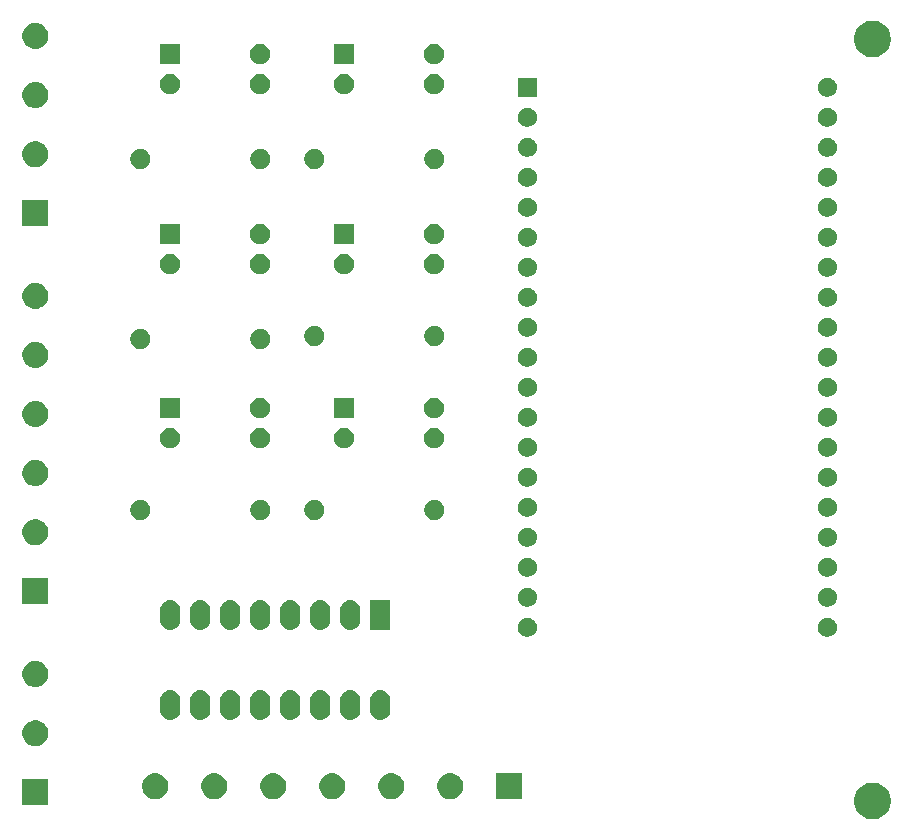
<source format=gbr>
G04 #@! TF.GenerationSoftware,KiCad,Pcbnew,(5.1.5)-3*
G04 #@! TF.CreationDate,2020-04-24T15:39:01+02:00*
G04 #@! TF.ProjectId,PlacaIOAzimut,506c6163-6149-44f4-917a-696d75742e6b,rev?*
G04 #@! TF.SameCoordinates,Original*
G04 #@! TF.FileFunction,Soldermask,Top*
G04 #@! TF.FilePolarity,Negative*
%FSLAX46Y46*%
G04 Gerber Fmt 4.6, Leading zero omitted, Abs format (unit mm)*
G04 Created by KiCad (PCBNEW (5.1.5)-3) date 2020-04-24 15:39:01*
%MOMM*%
%LPD*%
G04 APERTURE LIST*
%ADD10C,0.100000*%
G04 APERTURE END LIST*
D10*
G36*
X122222585Y-110238802D02*
G01*
X122372410Y-110268604D01*
X122654674Y-110385521D01*
X122908705Y-110555259D01*
X123124741Y-110771295D01*
X123294479Y-111025326D01*
X123411396Y-111307590D01*
X123411396Y-111307591D01*
X123459354Y-111548689D01*
X123471000Y-111607240D01*
X123471000Y-111912760D01*
X123411396Y-112212410D01*
X123294479Y-112494674D01*
X123124741Y-112748705D01*
X122908705Y-112964741D01*
X122654674Y-113134479D01*
X122372410Y-113251396D01*
X122222585Y-113281198D01*
X122072761Y-113311000D01*
X121767239Y-113311000D01*
X121617415Y-113281198D01*
X121467590Y-113251396D01*
X121185326Y-113134479D01*
X120931295Y-112964741D01*
X120715259Y-112748705D01*
X120545521Y-112494674D01*
X120428604Y-112212410D01*
X120369000Y-111912760D01*
X120369000Y-111607240D01*
X120380647Y-111548689D01*
X120428604Y-111307591D01*
X120428604Y-111307590D01*
X120545521Y-111025326D01*
X120715259Y-110771295D01*
X120931295Y-110555259D01*
X121185326Y-110385521D01*
X121467590Y-110268604D01*
X121617415Y-110238802D01*
X121767239Y-110209000D01*
X122072761Y-110209000D01*
X122222585Y-110238802D01*
G37*
G36*
X52155000Y-112099000D02*
G01*
X49953000Y-112099000D01*
X49953000Y-109897000D01*
X52155000Y-109897000D01*
X52155000Y-112099000D01*
G37*
G36*
X86400795Y-109410156D02*
G01*
X86507150Y-109431311D01*
X86707520Y-109514307D01*
X86887844Y-109634795D01*
X87041205Y-109788156D01*
X87161693Y-109968480D01*
X87244689Y-110168851D01*
X87287000Y-110381560D01*
X87287000Y-110598440D01*
X87244689Y-110811149D01*
X87161693Y-111011520D01*
X87041205Y-111191844D01*
X86887844Y-111345205D01*
X86707520Y-111465693D01*
X86607334Y-111507191D01*
X86507150Y-111548689D01*
X86400794Y-111569845D01*
X86294440Y-111591000D01*
X86077560Y-111591000D01*
X85971206Y-111569845D01*
X85864850Y-111548689D01*
X85764666Y-111507191D01*
X85664480Y-111465693D01*
X85484156Y-111345205D01*
X85330795Y-111191844D01*
X85210307Y-111011520D01*
X85127311Y-110811149D01*
X85085000Y-110598440D01*
X85085000Y-110381560D01*
X85127311Y-110168851D01*
X85210307Y-109968480D01*
X85330795Y-109788156D01*
X85484156Y-109634795D01*
X85664480Y-109514307D01*
X85864850Y-109431311D01*
X85971205Y-109410156D01*
X86077560Y-109389000D01*
X86294440Y-109389000D01*
X86400795Y-109410156D01*
G37*
G36*
X76400795Y-109410156D02*
G01*
X76507150Y-109431311D01*
X76707520Y-109514307D01*
X76887844Y-109634795D01*
X77041205Y-109788156D01*
X77161693Y-109968480D01*
X77244689Y-110168851D01*
X77287000Y-110381560D01*
X77287000Y-110598440D01*
X77244689Y-110811149D01*
X77161693Y-111011520D01*
X77041205Y-111191844D01*
X76887844Y-111345205D01*
X76707520Y-111465693D01*
X76607334Y-111507191D01*
X76507150Y-111548689D01*
X76400794Y-111569845D01*
X76294440Y-111591000D01*
X76077560Y-111591000D01*
X75971206Y-111569845D01*
X75864850Y-111548689D01*
X75764666Y-111507191D01*
X75664480Y-111465693D01*
X75484156Y-111345205D01*
X75330795Y-111191844D01*
X75210307Y-111011520D01*
X75127311Y-110811149D01*
X75085000Y-110598440D01*
X75085000Y-110381560D01*
X75127311Y-110168851D01*
X75210307Y-109968480D01*
X75330795Y-109788156D01*
X75484156Y-109634795D01*
X75664480Y-109514307D01*
X75864850Y-109431311D01*
X75971205Y-109410156D01*
X76077560Y-109389000D01*
X76294440Y-109389000D01*
X76400795Y-109410156D01*
G37*
G36*
X71400795Y-109410156D02*
G01*
X71507150Y-109431311D01*
X71707520Y-109514307D01*
X71887844Y-109634795D01*
X72041205Y-109788156D01*
X72161693Y-109968480D01*
X72244689Y-110168851D01*
X72287000Y-110381560D01*
X72287000Y-110598440D01*
X72244689Y-110811149D01*
X72161693Y-111011520D01*
X72041205Y-111191844D01*
X71887844Y-111345205D01*
X71707520Y-111465693D01*
X71607334Y-111507191D01*
X71507150Y-111548689D01*
X71400794Y-111569845D01*
X71294440Y-111591000D01*
X71077560Y-111591000D01*
X70971206Y-111569845D01*
X70864850Y-111548689D01*
X70764666Y-111507191D01*
X70664480Y-111465693D01*
X70484156Y-111345205D01*
X70330795Y-111191844D01*
X70210307Y-111011520D01*
X70127311Y-110811149D01*
X70085000Y-110598440D01*
X70085000Y-110381560D01*
X70127311Y-110168851D01*
X70210307Y-109968480D01*
X70330795Y-109788156D01*
X70484156Y-109634795D01*
X70664480Y-109514307D01*
X70864850Y-109431311D01*
X70971205Y-109410156D01*
X71077560Y-109389000D01*
X71294440Y-109389000D01*
X71400795Y-109410156D01*
G37*
G36*
X66400795Y-109410156D02*
G01*
X66507150Y-109431311D01*
X66707520Y-109514307D01*
X66887844Y-109634795D01*
X67041205Y-109788156D01*
X67161693Y-109968480D01*
X67244689Y-110168851D01*
X67287000Y-110381560D01*
X67287000Y-110598440D01*
X67244689Y-110811149D01*
X67161693Y-111011520D01*
X67041205Y-111191844D01*
X66887844Y-111345205D01*
X66707520Y-111465693D01*
X66607334Y-111507191D01*
X66507150Y-111548689D01*
X66400794Y-111569845D01*
X66294440Y-111591000D01*
X66077560Y-111591000D01*
X65971206Y-111569845D01*
X65864850Y-111548689D01*
X65764666Y-111507191D01*
X65664480Y-111465693D01*
X65484156Y-111345205D01*
X65330795Y-111191844D01*
X65210307Y-111011520D01*
X65127311Y-110811149D01*
X65085000Y-110598440D01*
X65085000Y-110381560D01*
X65127311Y-110168851D01*
X65210307Y-109968480D01*
X65330795Y-109788156D01*
X65484156Y-109634795D01*
X65664480Y-109514307D01*
X65864850Y-109431311D01*
X65971205Y-109410156D01*
X66077560Y-109389000D01*
X66294440Y-109389000D01*
X66400795Y-109410156D01*
G37*
G36*
X92287000Y-111591000D02*
G01*
X90085000Y-111591000D01*
X90085000Y-109389000D01*
X92287000Y-109389000D01*
X92287000Y-111591000D01*
G37*
G36*
X81400795Y-109410156D02*
G01*
X81507150Y-109431311D01*
X81707520Y-109514307D01*
X81887844Y-109634795D01*
X82041205Y-109788156D01*
X82161693Y-109968480D01*
X82244689Y-110168851D01*
X82287000Y-110381560D01*
X82287000Y-110598440D01*
X82244689Y-110811149D01*
X82161693Y-111011520D01*
X82041205Y-111191844D01*
X81887844Y-111345205D01*
X81707520Y-111465693D01*
X81607334Y-111507191D01*
X81507150Y-111548689D01*
X81400794Y-111569845D01*
X81294440Y-111591000D01*
X81077560Y-111591000D01*
X80971206Y-111569845D01*
X80864850Y-111548689D01*
X80764666Y-111507191D01*
X80664480Y-111465693D01*
X80484156Y-111345205D01*
X80330795Y-111191844D01*
X80210307Y-111011520D01*
X80127311Y-110811149D01*
X80085000Y-110598440D01*
X80085000Y-110381560D01*
X80127311Y-110168851D01*
X80210307Y-109968480D01*
X80330795Y-109788156D01*
X80484156Y-109634795D01*
X80664480Y-109514307D01*
X80864850Y-109431311D01*
X80971205Y-109410156D01*
X81077560Y-109389000D01*
X81294440Y-109389000D01*
X81400795Y-109410156D01*
G37*
G36*
X61400795Y-109410156D02*
G01*
X61507150Y-109431311D01*
X61707520Y-109514307D01*
X61887844Y-109634795D01*
X62041205Y-109788156D01*
X62161693Y-109968480D01*
X62244689Y-110168851D01*
X62287000Y-110381560D01*
X62287000Y-110598440D01*
X62244689Y-110811149D01*
X62161693Y-111011520D01*
X62041205Y-111191844D01*
X61887844Y-111345205D01*
X61707520Y-111465693D01*
X61607334Y-111507191D01*
X61507150Y-111548689D01*
X61400794Y-111569845D01*
X61294440Y-111591000D01*
X61077560Y-111591000D01*
X60971206Y-111569845D01*
X60864850Y-111548689D01*
X60764666Y-111507191D01*
X60664480Y-111465693D01*
X60484156Y-111345205D01*
X60330795Y-111191844D01*
X60210307Y-111011520D01*
X60127311Y-110811149D01*
X60085000Y-110598440D01*
X60085000Y-110381560D01*
X60127311Y-110168851D01*
X60210307Y-109968480D01*
X60330795Y-109788156D01*
X60484156Y-109634795D01*
X60664480Y-109514307D01*
X60864850Y-109431311D01*
X60971205Y-109410156D01*
X61077560Y-109389000D01*
X61294440Y-109389000D01*
X61400795Y-109410156D01*
G37*
G36*
X51268795Y-104918156D02*
G01*
X51375150Y-104939311D01*
X51575520Y-105022307D01*
X51755844Y-105142795D01*
X51909205Y-105296156D01*
X52029693Y-105476480D01*
X52112689Y-105676851D01*
X52155000Y-105889560D01*
X52155000Y-106106440D01*
X52112689Y-106319149D01*
X52029693Y-106519520D01*
X51909205Y-106699844D01*
X51755844Y-106853205D01*
X51575520Y-106973693D01*
X51475334Y-107015191D01*
X51375150Y-107056689D01*
X51268795Y-107077844D01*
X51162440Y-107099000D01*
X50945560Y-107099000D01*
X50839205Y-107077844D01*
X50732850Y-107056689D01*
X50632666Y-107015191D01*
X50532480Y-106973693D01*
X50352156Y-106853205D01*
X50198795Y-106699844D01*
X50078307Y-106519520D01*
X49995311Y-106319149D01*
X49953000Y-106106440D01*
X49953000Y-105889560D01*
X49995311Y-105676851D01*
X50078307Y-105476480D01*
X50198795Y-105296156D01*
X50352156Y-105142795D01*
X50532480Y-105022307D01*
X50732850Y-104939311D01*
X50839206Y-104918155D01*
X50945560Y-104897000D01*
X51162440Y-104897000D01*
X51268795Y-104918156D01*
G37*
G36*
X77890823Y-102393313D02*
G01*
X78051242Y-102441976D01*
X78183906Y-102512886D01*
X78199078Y-102520996D01*
X78328659Y-102627341D01*
X78435004Y-102756922D01*
X78435005Y-102756924D01*
X78514024Y-102904758D01*
X78562687Y-103065178D01*
X78575000Y-103190197D01*
X78575000Y-104073804D01*
X78562687Y-104198823D01*
X78514024Y-104359242D01*
X78443114Y-104491906D01*
X78435004Y-104507078D01*
X78328659Y-104636659D01*
X78199077Y-104743005D01*
X78051241Y-104822024D01*
X77890822Y-104870687D01*
X77724000Y-104887117D01*
X77557177Y-104870687D01*
X77396758Y-104822024D01*
X77248924Y-104743005D01*
X77248922Y-104743004D01*
X77119341Y-104636659D01*
X77012995Y-104507077D01*
X76933976Y-104359241D01*
X76885313Y-104198822D01*
X76873000Y-104073803D01*
X76873000Y-103190197D01*
X76885314Y-103065177D01*
X76933977Y-102904758D01*
X77012996Y-102756924D01*
X77012997Y-102756922D01*
X77119342Y-102627341D01*
X77248923Y-102520996D01*
X77264095Y-102512886D01*
X77396759Y-102441976D01*
X77557178Y-102393313D01*
X77724000Y-102376883D01*
X77890823Y-102393313D01*
G37*
G36*
X62650823Y-102393313D02*
G01*
X62811242Y-102441976D01*
X62943906Y-102512886D01*
X62959078Y-102520996D01*
X63088659Y-102627341D01*
X63195004Y-102756922D01*
X63195005Y-102756924D01*
X63274024Y-102904758D01*
X63322687Y-103065178D01*
X63335000Y-103190197D01*
X63335000Y-104073804D01*
X63322687Y-104198823D01*
X63274024Y-104359242D01*
X63203114Y-104491906D01*
X63195004Y-104507078D01*
X63088659Y-104636659D01*
X62959077Y-104743005D01*
X62811241Y-104822024D01*
X62650822Y-104870687D01*
X62484000Y-104887117D01*
X62317177Y-104870687D01*
X62156758Y-104822024D01*
X62008924Y-104743005D01*
X62008922Y-104743004D01*
X61879341Y-104636659D01*
X61772995Y-104507077D01*
X61693976Y-104359241D01*
X61645313Y-104198822D01*
X61633000Y-104073803D01*
X61633000Y-103190197D01*
X61645314Y-103065177D01*
X61693977Y-102904758D01*
X61772996Y-102756924D01*
X61772997Y-102756922D01*
X61879342Y-102627341D01*
X62008923Y-102520996D01*
X62024095Y-102512886D01*
X62156759Y-102441976D01*
X62317178Y-102393313D01*
X62484000Y-102376883D01*
X62650823Y-102393313D01*
G37*
G36*
X65190823Y-102393313D02*
G01*
X65351242Y-102441976D01*
X65483906Y-102512886D01*
X65499078Y-102520996D01*
X65628659Y-102627341D01*
X65735004Y-102756922D01*
X65735005Y-102756924D01*
X65814024Y-102904758D01*
X65862687Y-103065178D01*
X65875000Y-103190197D01*
X65875000Y-104073804D01*
X65862687Y-104198823D01*
X65814024Y-104359242D01*
X65743114Y-104491906D01*
X65735004Y-104507078D01*
X65628659Y-104636659D01*
X65499077Y-104743005D01*
X65351241Y-104822024D01*
X65190822Y-104870687D01*
X65024000Y-104887117D01*
X64857177Y-104870687D01*
X64696758Y-104822024D01*
X64548924Y-104743005D01*
X64548922Y-104743004D01*
X64419341Y-104636659D01*
X64312995Y-104507077D01*
X64233976Y-104359241D01*
X64185313Y-104198822D01*
X64173000Y-104073803D01*
X64173000Y-103190197D01*
X64185314Y-103065177D01*
X64233977Y-102904758D01*
X64312996Y-102756924D01*
X64312997Y-102756922D01*
X64419342Y-102627341D01*
X64548923Y-102520996D01*
X64564095Y-102512886D01*
X64696759Y-102441976D01*
X64857178Y-102393313D01*
X65024000Y-102376883D01*
X65190823Y-102393313D01*
G37*
G36*
X67730823Y-102393313D02*
G01*
X67891242Y-102441976D01*
X68023906Y-102512886D01*
X68039078Y-102520996D01*
X68168659Y-102627341D01*
X68275004Y-102756922D01*
X68275005Y-102756924D01*
X68354024Y-102904758D01*
X68402687Y-103065178D01*
X68415000Y-103190197D01*
X68415000Y-104073804D01*
X68402687Y-104198823D01*
X68354024Y-104359242D01*
X68283114Y-104491906D01*
X68275004Y-104507078D01*
X68168659Y-104636659D01*
X68039077Y-104743005D01*
X67891241Y-104822024D01*
X67730822Y-104870687D01*
X67564000Y-104887117D01*
X67397177Y-104870687D01*
X67236758Y-104822024D01*
X67088924Y-104743005D01*
X67088922Y-104743004D01*
X66959341Y-104636659D01*
X66852995Y-104507077D01*
X66773976Y-104359241D01*
X66725313Y-104198822D01*
X66713000Y-104073803D01*
X66713000Y-103190197D01*
X66725314Y-103065177D01*
X66773977Y-102904758D01*
X66852996Y-102756924D01*
X66852997Y-102756922D01*
X66959342Y-102627341D01*
X67088923Y-102520996D01*
X67104095Y-102512886D01*
X67236759Y-102441976D01*
X67397178Y-102393313D01*
X67564000Y-102376883D01*
X67730823Y-102393313D01*
G37*
G36*
X70270823Y-102393313D02*
G01*
X70431242Y-102441976D01*
X70563906Y-102512886D01*
X70579078Y-102520996D01*
X70708659Y-102627341D01*
X70815004Y-102756922D01*
X70815005Y-102756924D01*
X70894024Y-102904758D01*
X70942687Y-103065178D01*
X70955000Y-103190197D01*
X70955000Y-104073804D01*
X70942687Y-104198823D01*
X70894024Y-104359242D01*
X70823114Y-104491906D01*
X70815004Y-104507078D01*
X70708659Y-104636659D01*
X70579077Y-104743005D01*
X70431241Y-104822024D01*
X70270822Y-104870687D01*
X70104000Y-104887117D01*
X69937177Y-104870687D01*
X69776758Y-104822024D01*
X69628924Y-104743005D01*
X69628922Y-104743004D01*
X69499341Y-104636659D01*
X69392995Y-104507077D01*
X69313976Y-104359241D01*
X69265313Y-104198822D01*
X69253000Y-104073803D01*
X69253000Y-103190197D01*
X69265314Y-103065177D01*
X69313977Y-102904758D01*
X69392996Y-102756924D01*
X69392997Y-102756922D01*
X69499342Y-102627341D01*
X69628923Y-102520996D01*
X69644095Y-102512886D01*
X69776759Y-102441976D01*
X69937178Y-102393313D01*
X70104000Y-102376883D01*
X70270823Y-102393313D01*
G37*
G36*
X72810823Y-102393313D02*
G01*
X72971242Y-102441976D01*
X73103906Y-102512886D01*
X73119078Y-102520996D01*
X73248659Y-102627341D01*
X73355004Y-102756922D01*
X73355005Y-102756924D01*
X73434024Y-102904758D01*
X73482687Y-103065178D01*
X73495000Y-103190197D01*
X73495000Y-104073804D01*
X73482687Y-104198823D01*
X73434024Y-104359242D01*
X73363114Y-104491906D01*
X73355004Y-104507078D01*
X73248659Y-104636659D01*
X73119077Y-104743005D01*
X72971241Y-104822024D01*
X72810822Y-104870687D01*
X72644000Y-104887117D01*
X72477177Y-104870687D01*
X72316758Y-104822024D01*
X72168924Y-104743005D01*
X72168922Y-104743004D01*
X72039341Y-104636659D01*
X71932995Y-104507077D01*
X71853976Y-104359241D01*
X71805313Y-104198822D01*
X71793000Y-104073803D01*
X71793000Y-103190197D01*
X71805314Y-103065177D01*
X71853977Y-102904758D01*
X71932996Y-102756924D01*
X71932997Y-102756922D01*
X72039342Y-102627341D01*
X72168923Y-102520996D01*
X72184095Y-102512886D01*
X72316759Y-102441976D01*
X72477178Y-102393313D01*
X72644000Y-102376883D01*
X72810823Y-102393313D01*
G37*
G36*
X75350823Y-102393313D02*
G01*
X75511242Y-102441976D01*
X75643906Y-102512886D01*
X75659078Y-102520996D01*
X75788659Y-102627341D01*
X75895004Y-102756922D01*
X75895005Y-102756924D01*
X75974024Y-102904758D01*
X76022687Y-103065178D01*
X76035000Y-103190197D01*
X76035000Y-104073804D01*
X76022687Y-104198823D01*
X75974024Y-104359242D01*
X75903114Y-104491906D01*
X75895004Y-104507078D01*
X75788659Y-104636659D01*
X75659077Y-104743005D01*
X75511241Y-104822024D01*
X75350822Y-104870687D01*
X75184000Y-104887117D01*
X75017177Y-104870687D01*
X74856758Y-104822024D01*
X74708924Y-104743005D01*
X74708922Y-104743004D01*
X74579341Y-104636659D01*
X74472995Y-104507077D01*
X74393976Y-104359241D01*
X74345313Y-104198822D01*
X74333000Y-104073803D01*
X74333000Y-103190197D01*
X74345314Y-103065177D01*
X74393977Y-102904758D01*
X74472996Y-102756924D01*
X74472997Y-102756922D01*
X74579342Y-102627341D01*
X74708923Y-102520996D01*
X74724095Y-102512886D01*
X74856759Y-102441976D01*
X75017178Y-102393313D01*
X75184000Y-102376883D01*
X75350823Y-102393313D01*
G37*
G36*
X80430823Y-102393313D02*
G01*
X80591242Y-102441976D01*
X80723906Y-102512886D01*
X80739078Y-102520996D01*
X80868659Y-102627341D01*
X80975004Y-102756922D01*
X80975005Y-102756924D01*
X81054024Y-102904758D01*
X81102687Y-103065178D01*
X81115000Y-103190197D01*
X81115000Y-104073804D01*
X81102687Y-104198823D01*
X81054024Y-104359242D01*
X80983114Y-104491906D01*
X80975004Y-104507078D01*
X80868659Y-104636659D01*
X80739077Y-104743005D01*
X80591241Y-104822024D01*
X80430822Y-104870687D01*
X80264000Y-104887117D01*
X80097177Y-104870687D01*
X79936758Y-104822024D01*
X79788924Y-104743005D01*
X79788922Y-104743004D01*
X79659341Y-104636659D01*
X79552995Y-104507077D01*
X79473976Y-104359241D01*
X79425313Y-104198822D01*
X79413000Y-104073803D01*
X79413000Y-103190197D01*
X79425314Y-103065177D01*
X79473977Y-102904758D01*
X79552996Y-102756924D01*
X79552997Y-102756922D01*
X79659342Y-102627341D01*
X79788923Y-102520996D01*
X79804095Y-102512886D01*
X79936759Y-102441976D01*
X80097178Y-102393313D01*
X80264000Y-102376883D01*
X80430823Y-102393313D01*
G37*
G36*
X51268795Y-99918156D02*
G01*
X51375150Y-99939311D01*
X51475334Y-99980809D01*
X51575520Y-100022307D01*
X51755844Y-100142795D01*
X51909205Y-100296156D01*
X52029693Y-100476480D01*
X52112689Y-100676851D01*
X52155000Y-100889560D01*
X52155000Y-101106440D01*
X52112689Y-101319149D01*
X52029693Y-101519520D01*
X51909205Y-101699844D01*
X51755844Y-101853205D01*
X51575520Y-101973693D01*
X51375150Y-102056689D01*
X51268794Y-102077845D01*
X51162440Y-102099000D01*
X50945560Y-102099000D01*
X50839206Y-102077845D01*
X50732850Y-102056689D01*
X50532480Y-101973693D01*
X50352156Y-101853205D01*
X50198795Y-101699844D01*
X50078307Y-101519520D01*
X49995311Y-101319149D01*
X49953000Y-101106440D01*
X49953000Y-100889560D01*
X49995311Y-100676851D01*
X50078307Y-100476480D01*
X50198795Y-100296156D01*
X50352156Y-100142795D01*
X50532480Y-100022307D01*
X50632666Y-99980809D01*
X50732850Y-99939311D01*
X50839206Y-99918155D01*
X50945560Y-99897000D01*
X51162440Y-99897000D01*
X51268795Y-99918156D01*
G37*
G36*
X92948017Y-96253358D02*
G01*
X93022270Y-96284115D01*
X93096521Y-96314870D01*
X93096522Y-96314871D01*
X93230167Y-96404169D01*
X93343831Y-96517833D01*
X93384584Y-96578825D01*
X93433130Y-96651479D01*
X93494642Y-96799983D01*
X93526000Y-96957630D01*
X93526000Y-97118370D01*
X93494642Y-97276017D01*
X93463885Y-97350270D01*
X93433130Y-97424521D01*
X93433129Y-97424522D01*
X93343831Y-97558167D01*
X93230167Y-97671831D01*
X93129933Y-97738804D01*
X93096521Y-97761130D01*
X92948017Y-97822642D01*
X92790370Y-97854000D01*
X92629630Y-97854000D01*
X92471983Y-97822642D01*
X92323479Y-97761130D01*
X92290067Y-97738804D01*
X92189833Y-97671831D01*
X92076169Y-97558167D01*
X91986871Y-97424522D01*
X91986870Y-97424521D01*
X91956115Y-97350270D01*
X91925358Y-97276017D01*
X91894000Y-97118370D01*
X91894000Y-96957630D01*
X91925358Y-96799983D01*
X91956115Y-96725730D01*
X91986870Y-96651479D01*
X92035416Y-96578825D01*
X92076169Y-96517833D01*
X92189833Y-96404169D01*
X92323478Y-96314871D01*
X92323479Y-96314870D01*
X92397730Y-96284115D01*
X92471983Y-96253358D01*
X92629630Y-96222000D01*
X92790370Y-96222000D01*
X92948017Y-96253358D01*
G37*
G36*
X118348017Y-96253358D02*
G01*
X118422270Y-96284115D01*
X118496521Y-96314870D01*
X118496522Y-96314871D01*
X118630167Y-96404169D01*
X118743831Y-96517833D01*
X118784584Y-96578825D01*
X118833130Y-96651479D01*
X118863885Y-96725730D01*
X118894642Y-96799983D01*
X118926000Y-96957630D01*
X118926000Y-97118370D01*
X118894642Y-97276017D01*
X118833130Y-97424521D01*
X118833129Y-97424522D01*
X118743831Y-97558167D01*
X118630167Y-97671831D01*
X118529933Y-97738804D01*
X118496521Y-97761130D01*
X118348017Y-97822642D01*
X118190370Y-97854000D01*
X118029630Y-97854000D01*
X117871983Y-97822642D01*
X117723479Y-97761130D01*
X117690067Y-97738804D01*
X117589833Y-97671831D01*
X117476169Y-97558167D01*
X117386871Y-97424522D01*
X117386870Y-97424521D01*
X117356115Y-97350270D01*
X117325358Y-97276017D01*
X117294000Y-97118370D01*
X117294000Y-96957630D01*
X117325358Y-96799983D01*
X117356115Y-96725730D01*
X117386870Y-96651479D01*
X117435416Y-96578825D01*
X117476169Y-96517833D01*
X117589833Y-96404169D01*
X117723478Y-96314871D01*
X117723479Y-96314870D01*
X117797730Y-96284115D01*
X117871983Y-96253358D01*
X118029630Y-96222000D01*
X118190370Y-96222000D01*
X118348017Y-96253358D01*
G37*
G36*
X70270823Y-94773313D02*
G01*
X70431242Y-94821976D01*
X70548255Y-94884521D01*
X70579078Y-94900996D01*
X70708659Y-95007341D01*
X70815004Y-95136922D01*
X70815005Y-95136924D01*
X70894024Y-95284758D01*
X70894025Y-95284761D01*
X70918356Y-95364968D01*
X70942687Y-95445178D01*
X70955000Y-95570197D01*
X70955000Y-96453804D01*
X70942687Y-96578823D01*
X70894024Y-96739242D01*
X70861557Y-96799983D01*
X70815004Y-96887078D01*
X70757103Y-96957630D01*
X70708659Y-97016659D01*
X70579077Y-97123005D01*
X70431241Y-97202024D01*
X70270822Y-97250687D01*
X70104000Y-97267117D01*
X69937177Y-97250687D01*
X69776758Y-97202024D01*
X69628924Y-97123005D01*
X69628922Y-97123004D01*
X69499341Y-97016659D01*
X69450897Y-96957630D01*
X69392995Y-96887077D01*
X69313976Y-96739241D01*
X69265313Y-96578822D01*
X69253000Y-96453803D01*
X69253000Y-95570197D01*
X69265314Y-95445177D01*
X69313977Y-95284758D01*
X69392996Y-95136924D01*
X69392997Y-95136922D01*
X69499342Y-95007341D01*
X69628923Y-94900996D01*
X69659746Y-94884521D01*
X69776759Y-94821976D01*
X69937178Y-94773313D01*
X70104000Y-94756883D01*
X70270823Y-94773313D01*
G37*
G36*
X75350823Y-94773313D02*
G01*
X75511242Y-94821976D01*
X75628255Y-94884521D01*
X75659078Y-94900996D01*
X75788659Y-95007341D01*
X75895004Y-95136922D01*
X75895005Y-95136924D01*
X75974024Y-95284758D01*
X75974025Y-95284761D01*
X75998356Y-95364968D01*
X76022687Y-95445178D01*
X76035000Y-95570197D01*
X76035000Y-96453804D01*
X76022687Y-96578823D01*
X75974024Y-96739242D01*
X75941557Y-96799983D01*
X75895004Y-96887078D01*
X75837103Y-96957630D01*
X75788659Y-97016659D01*
X75659077Y-97123005D01*
X75511241Y-97202024D01*
X75350822Y-97250687D01*
X75184000Y-97267117D01*
X75017177Y-97250687D01*
X74856758Y-97202024D01*
X74708924Y-97123005D01*
X74708922Y-97123004D01*
X74579341Y-97016659D01*
X74530897Y-96957630D01*
X74472995Y-96887077D01*
X74393976Y-96739241D01*
X74345313Y-96578822D01*
X74333000Y-96453803D01*
X74333000Y-95570197D01*
X74345314Y-95445177D01*
X74393977Y-95284758D01*
X74472996Y-95136924D01*
X74472997Y-95136922D01*
X74579342Y-95007341D01*
X74708923Y-94900996D01*
X74739746Y-94884521D01*
X74856759Y-94821976D01*
X75017178Y-94773313D01*
X75184000Y-94756883D01*
X75350823Y-94773313D01*
G37*
G36*
X67730823Y-94773313D02*
G01*
X67891242Y-94821976D01*
X68008255Y-94884521D01*
X68039078Y-94900996D01*
X68168659Y-95007341D01*
X68275004Y-95136922D01*
X68275005Y-95136924D01*
X68354024Y-95284758D01*
X68354025Y-95284761D01*
X68378356Y-95364968D01*
X68402687Y-95445178D01*
X68415000Y-95570197D01*
X68415000Y-96453804D01*
X68402687Y-96578823D01*
X68354024Y-96739242D01*
X68321557Y-96799983D01*
X68275004Y-96887078D01*
X68217103Y-96957630D01*
X68168659Y-97016659D01*
X68039077Y-97123005D01*
X67891241Y-97202024D01*
X67730822Y-97250687D01*
X67564000Y-97267117D01*
X67397177Y-97250687D01*
X67236758Y-97202024D01*
X67088924Y-97123005D01*
X67088922Y-97123004D01*
X66959341Y-97016659D01*
X66910897Y-96957630D01*
X66852995Y-96887077D01*
X66773976Y-96739241D01*
X66725313Y-96578822D01*
X66713000Y-96453803D01*
X66713000Y-95570197D01*
X66725314Y-95445177D01*
X66773977Y-95284758D01*
X66852996Y-95136924D01*
X66852997Y-95136922D01*
X66959342Y-95007341D01*
X67088923Y-94900996D01*
X67119746Y-94884521D01*
X67236759Y-94821976D01*
X67397178Y-94773313D01*
X67564000Y-94756883D01*
X67730823Y-94773313D01*
G37*
G36*
X72810823Y-94773313D02*
G01*
X72971242Y-94821976D01*
X73088255Y-94884521D01*
X73119078Y-94900996D01*
X73248659Y-95007341D01*
X73355004Y-95136922D01*
X73355005Y-95136924D01*
X73434024Y-95284758D01*
X73434025Y-95284761D01*
X73458356Y-95364968D01*
X73482687Y-95445178D01*
X73495000Y-95570197D01*
X73495000Y-96453804D01*
X73482687Y-96578823D01*
X73434024Y-96739242D01*
X73401557Y-96799983D01*
X73355004Y-96887078D01*
X73297103Y-96957630D01*
X73248659Y-97016659D01*
X73119077Y-97123005D01*
X72971241Y-97202024D01*
X72810822Y-97250687D01*
X72644000Y-97267117D01*
X72477177Y-97250687D01*
X72316758Y-97202024D01*
X72168924Y-97123005D01*
X72168922Y-97123004D01*
X72039341Y-97016659D01*
X71990897Y-96957630D01*
X71932995Y-96887077D01*
X71853976Y-96739241D01*
X71805313Y-96578822D01*
X71793000Y-96453803D01*
X71793000Y-95570197D01*
X71805314Y-95445177D01*
X71853977Y-95284758D01*
X71932996Y-95136924D01*
X71932997Y-95136922D01*
X72039342Y-95007341D01*
X72168923Y-94900996D01*
X72199746Y-94884521D01*
X72316759Y-94821976D01*
X72477178Y-94773313D01*
X72644000Y-94756883D01*
X72810823Y-94773313D01*
G37*
G36*
X65190823Y-94773313D02*
G01*
X65351242Y-94821976D01*
X65468255Y-94884521D01*
X65499078Y-94900996D01*
X65628659Y-95007341D01*
X65735004Y-95136922D01*
X65735005Y-95136924D01*
X65814024Y-95284758D01*
X65814025Y-95284761D01*
X65838356Y-95364968D01*
X65862687Y-95445178D01*
X65875000Y-95570197D01*
X65875000Y-96453804D01*
X65862687Y-96578823D01*
X65814024Y-96739242D01*
X65781557Y-96799983D01*
X65735004Y-96887078D01*
X65677103Y-96957630D01*
X65628659Y-97016659D01*
X65499077Y-97123005D01*
X65351241Y-97202024D01*
X65190822Y-97250687D01*
X65024000Y-97267117D01*
X64857177Y-97250687D01*
X64696758Y-97202024D01*
X64548924Y-97123005D01*
X64548922Y-97123004D01*
X64419341Y-97016659D01*
X64370897Y-96957630D01*
X64312995Y-96887077D01*
X64233976Y-96739241D01*
X64185313Y-96578822D01*
X64173000Y-96453803D01*
X64173000Y-95570197D01*
X64185314Y-95445177D01*
X64233977Y-95284758D01*
X64312996Y-95136924D01*
X64312997Y-95136922D01*
X64419342Y-95007341D01*
X64548923Y-94900996D01*
X64579746Y-94884521D01*
X64696759Y-94821976D01*
X64857178Y-94773313D01*
X65024000Y-94756883D01*
X65190823Y-94773313D01*
G37*
G36*
X62650823Y-94773313D02*
G01*
X62811242Y-94821976D01*
X62928255Y-94884521D01*
X62959078Y-94900996D01*
X63088659Y-95007341D01*
X63195004Y-95136922D01*
X63195005Y-95136924D01*
X63274024Y-95284758D01*
X63274025Y-95284761D01*
X63298356Y-95364968D01*
X63322687Y-95445178D01*
X63335000Y-95570197D01*
X63335000Y-96453804D01*
X63322687Y-96578823D01*
X63274024Y-96739242D01*
X63241557Y-96799983D01*
X63195004Y-96887078D01*
X63137103Y-96957630D01*
X63088659Y-97016659D01*
X62959077Y-97123005D01*
X62811241Y-97202024D01*
X62650822Y-97250687D01*
X62484000Y-97267117D01*
X62317177Y-97250687D01*
X62156758Y-97202024D01*
X62008924Y-97123005D01*
X62008922Y-97123004D01*
X61879341Y-97016659D01*
X61830897Y-96957630D01*
X61772995Y-96887077D01*
X61693976Y-96739241D01*
X61645313Y-96578822D01*
X61633000Y-96453803D01*
X61633000Y-95570197D01*
X61645314Y-95445177D01*
X61693977Y-95284758D01*
X61772996Y-95136924D01*
X61772997Y-95136922D01*
X61879342Y-95007341D01*
X62008923Y-94900996D01*
X62039746Y-94884521D01*
X62156759Y-94821976D01*
X62317178Y-94773313D01*
X62484000Y-94756883D01*
X62650823Y-94773313D01*
G37*
G36*
X77890823Y-94773313D02*
G01*
X78051242Y-94821976D01*
X78168255Y-94884521D01*
X78199078Y-94900996D01*
X78328659Y-95007341D01*
X78435004Y-95136922D01*
X78435005Y-95136924D01*
X78514024Y-95284758D01*
X78514025Y-95284761D01*
X78538356Y-95364968D01*
X78562687Y-95445178D01*
X78575000Y-95570197D01*
X78575000Y-96453804D01*
X78562687Y-96578823D01*
X78514024Y-96739242D01*
X78481557Y-96799983D01*
X78435004Y-96887078D01*
X78377103Y-96957630D01*
X78328659Y-97016659D01*
X78199077Y-97123005D01*
X78051241Y-97202024D01*
X77890822Y-97250687D01*
X77724000Y-97267117D01*
X77557177Y-97250687D01*
X77396758Y-97202024D01*
X77248924Y-97123005D01*
X77248922Y-97123004D01*
X77119341Y-97016659D01*
X77070897Y-96957630D01*
X77012995Y-96887077D01*
X76933976Y-96739241D01*
X76885313Y-96578822D01*
X76873000Y-96453803D01*
X76873000Y-95570197D01*
X76885314Y-95445177D01*
X76933977Y-95284758D01*
X77012996Y-95136924D01*
X77012997Y-95136922D01*
X77119342Y-95007341D01*
X77248923Y-94900996D01*
X77279746Y-94884521D01*
X77396759Y-94821976D01*
X77557178Y-94773313D01*
X77724000Y-94756883D01*
X77890823Y-94773313D01*
G37*
G36*
X81115000Y-97263000D02*
G01*
X79413000Y-97263000D01*
X79413000Y-94761000D01*
X81115000Y-94761000D01*
X81115000Y-97263000D01*
G37*
G36*
X118348017Y-93713358D02*
G01*
X118422270Y-93744115D01*
X118496521Y-93774870D01*
X118496522Y-93774871D01*
X118630167Y-93864169D01*
X118743831Y-93977833D01*
X118810804Y-94078067D01*
X118833130Y-94111479D01*
X118894642Y-94259983D01*
X118926000Y-94417630D01*
X118926000Y-94578370D01*
X118894642Y-94736017D01*
X118879193Y-94773313D01*
X118833130Y-94884521D01*
X118833129Y-94884522D01*
X118743831Y-95018167D01*
X118630167Y-95131831D01*
X118529933Y-95198805D01*
X118496521Y-95221130D01*
X118348017Y-95282642D01*
X118190370Y-95314000D01*
X118029630Y-95314000D01*
X117871983Y-95282642D01*
X117723479Y-95221130D01*
X117690067Y-95198805D01*
X117589833Y-95131831D01*
X117476169Y-95018167D01*
X117386871Y-94884522D01*
X117386870Y-94884521D01*
X117340807Y-94773313D01*
X117325358Y-94736017D01*
X117294000Y-94578370D01*
X117294000Y-94417630D01*
X117325358Y-94259983D01*
X117386870Y-94111479D01*
X117409196Y-94078067D01*
X117476169Y-93977833D01*
X117589833Y-93864169D01*
X117723478Y-93774871D01*
X117723479Y-93774870D01*
X117797730Y-93744115D01*
X117871983Y-93713358D01*
X118029630Y-93682000D01*
X118190370Y-93682000D01*
X118348017Y-93713358D01*
G37*
G36*
X92948017Y-93713358D02*
G01*
X93022270Y-93744115D01*
X93096521Y-93774870D01*
X93096522Y-93774871D01*
X93230167Y-93864169D01*
X93343831Y-93977833D01*
X93410804Y-94078067D01*
X93433130Y-94111479D01*
X93494642Y-94259983D01*
X93526000Y-94417630D01*
X93526000Y-94578370D01*
X93494642Y-94736017D01*
X93479193Y-94773313D01*
X93433130Y-94884521D01*
X93433129Y-94884522D01*
X93343831Y-95018167D01*
X93230167Y-95131831D01*
X93129933Y-95198805D01*
X93096521Y-95221130D01*
X92948017Y-95282642D01*
X92790370Y-95314000D01*
X92629630Y-95314000D01*
X92471983Y-95282642D01*
X92323479Y-95221130D01*
X92290067Y-95198805D01*
X92189833Y-95131831D01*
X92076169Y-95018167D01*
X91986871Y-94884522D01*
X91986870Y-94884521D01*
X91940807Y-94773313D01*
X91925358Y-94736017D01*
X91894000Y-94578370D01*
X91894000Y-94417630D01*
X91925358Y-94259983D01*
X91986870Y-94111479D01*
X92009196Y-94078067D01*
X92076169Y-93977833D01*
X92189833Y-93864169D01*
X92323478Y-93774871D01*
X92323479Y-93774870D01*
X92397730Y-93744115D01*
X92471983Y-93713358D01*
X92629630Y-93682000D01*
X92790370Y-93682000D01*
X92948017Y-93713358D01*
G37*
G36*
X52155000Y-95081000D02*
G01*
X49953000Y-95081000D01*
X49953000Y-92879000D01*
X52155000Y-92879000D01*
X52155000Y-95081000D01*
G37*
G36*
X118348017Y-91173358D02*
G01*
X118422270Y-91204115D01*
X118496521Y-91234870D01*
X118496522Y-91234871D01*
X118630167Y-91324169D01*
X118743831Y-91437833D01*
X118810804Y-91538067D01*
X118833130Y-91571479D01*
X118863885Y-91645730D01*
X118894642Y-91719983D01*
X118926000Y-91877630D01*
X118926000Y-92038370D01*
X118894642Y-92196017D01*
X118833130Y-92344521D01*
X118833129Y-92344522D01*
X118743831Y-92478167D01*
X118630167Y-92591831D01*
X118529933Y-92658804D01*
X118496521Y-92681130D01*
X118422270Y-92711885D01*
X118348017Y-92742642D01*
X118190370Y-92774000D01*
X118029630Y-92774000D01*
X117871983Y-92742642D01*
X117797730Y-92711885D01*
X117723479Y-92681130D01*
X117690067Y-92658804D01*
X117589833Y-92591831D01*
X117476169Y-92478167D01*
X117386871Y-92344522D01*
X117386870Y-92344521D01*
X117325358Y-92196017D01*
X117294000Y-92038370D01*
X117294000Y-91877630D01*
X117325358Y-91719983D01*
X117356115Y-91645730D01*
X117386870Y-91571479D01*
X117409195Y-91538067D01*
X117476169Y-91437833D01*
X117589833Y-91324169D01*
X117723478Y-91234871D01*
X117723479Y-91234870D01*
X117797730Y-91204115D01*
X117871983Y-91173358D01*
X118029630Y-91142000D01*
X118190370Y-91142000D01*
X118348017Y-91173358D01*
G37*
G36*
X92948017Y-91173358D02*
G01*
X93022270Y-91204115D01*
X93096521Y-91234870D01*
X93096522Y-91234871D01*
X93230167Y-91324169D01*
X93343831Y-91437833D01*
X93410804Y-91538067D01*
X93433130Y-91571479D01*
X93494642Y-91719983D01*
X93526000Y-91877630D01*
X93526000Y-92038370D01*
X93494642Y-92196017D01*
X93433130Y-92344521D01*
X93433129Y-92344522D01*
X93343831Y-92478167D01*
X93230167Y-92591831D01*
X93129933Y-92658804D01*
X93096521Y-92681130D01*
X93022270Y-92711885D01*
X92948017Y-92742642D01*
X92790370Y-92774000D01*
X92629630Y-92774000D01*
X92471983Y-92742642D01*
X92397730Y-92711885D01*
X92323479Y-92681130D01*
X92290067Y-92658804D01*
X92189833Y-92591831D01*
X92076169Y-92478167D01*
X91986871Y-92344522D01*
X91986870Y-92344521D01*
X91925358Y-92196017D01*
X91894000Y-92038370D01*
X91894000Y-91877630D01*
X91925358Y-91719983D01*
X91956115Y-91645730D01*
X91986870Y-91571479D01*
X92009195Y-91538067D01*
X92076169Y-91437833D01*
X92189833Y-91324169D01*
X92323478Y-91234871D01*
X92323479Y-91234870D01*
X92397730Y-91204115D01*
X92471983Y-91173358D01*
X92629630Y-91142000D01*
X92790370Y-91142000D01*
X92948017Y-91173358D01*
G37*
G36*
X118348017Y-88633358D02*
G01*
X118409560Y-88658850D01*
X118496521Y-88694870D01*
X118496522Y-88694871D01*
X118630167Y-88784169D01*
X118743831Y-88897833D01*
X118810804Y-88998067D01*
X118833130Y-89031479D01*
X118856723Y-89088439D01*
X118894642Y-89179983D01*
X118926000Y-89337630D01*
X118926000Y-89498370D01*
X118894642Y-89656017D01*
X118883944Y-89681844D01*
X118833130Y-89804521D01*
X118833129Y-89804522D01*
X118743831Y-89938167D01*
X118630167Y-90051831D01*
X118529933Y-90118804D01*
X118496521Y-90141130D01*
X118348017Y-90202642D01*
X118190370Y-90234000D01*
X118029630Y-90234000D01*
X117871983Y-90202642D01*
X117797730Y-90171885D01*
X117723479Y-90141130D01*
X117690067Y-90118804D01*
X117589833Y-90051831D01*
X117476169Y-89938167D01*
X117386871Y-89804522D01*
X117386870Y-89804521D01*
X117336056Y-89681844D01*
X117325358Y-89656017D01*
X117294000Y-89498370D01*
X117294000Y-89337630D01*
X117325358Y-89179983D01*
X117363277Y-89088439D01*
X117386870Y-89031479D01*
X117409195Y-88998067D01*
X117476169Y-88897833D01*
X117589833Y-88784169D01*
X117723478Y-88694871D01*
X117723479Y-88694870D01*
X117810440Y-88658850D01*
X117871983Y-88633358D01*
X118029630Y-88602000D01*
X118190370Y-88602000D01*
X118348017Y-88633358D01*
G37*
G36*
X92948017Y-88633358D02*
G01*
X93009560Y-88658850D01*
X93096521Y-88694870D01*
X93096522Y-88694871D01*
X93230167Y-88784169D01*
X93343831Y-88897833D01*
X93410804Y-88998067D01*
X93433130Y-89031479D01*
X93456723Y-89088439D01*
X93494642Y-89179983D01*
X93526000Y-89337630D01*
X93526000Y-89498370D01*
X93494642Y-89656017D01*
X93483944Y-89681844D01*
X93433130Y-89804521D01*
X93433129Y-89804522D01*
X93343831Y-89938167D01*
X93230167Y-90051831D01*
X93129933Y-90118804D01*
X93096521Y-90141130D01*
X92948017Y-90202642D01*
X92790370Y-90234000D01*
X92629630Y-90234000D01*
X92471983Y-90202642D01*
X92397730Y-90171885D01*
X92323479Y-90141130D01*
X92290067Y-90118804D01*
X92189833Y-90051831D01*
X92076169Y-89938167D01*
X91986871Y-89804522D01*
X91986870Y-89804521D01*
X91936056Y-89681844D01*
X91925358Y-89656017D01*
X91894000Y-89498370D01*
X91894000Y-89337630D01*
X91925358Y-89179983D01*
X91963277Y-89088439D01*
X91986870Y-89031479D01*
X92009195Y-88998067D01*
X92076169Y-88897833D01*
X92189833Y-88784169D01*
X92323478Y-88694871D01*
X92323479Y-88694870D01*
X92410440Y-88658850D01*
X92471983Y-88633358D01*
X92629630Y-88602000D01*
X92790370Y-88602000D01*
X92948017Y-88633358D01*
G37*
G36*
X51268795Y-87900156D02*
G01*
X51375150Y-87921311D01*
X51475334Y-87962809D01*
X51575520Y-88004307D01*
X51755844Y-88124795D01*
X51909205Y-88278156D01*
X52029693Y-88458480D01*
X52112689Y-88658851D01*
X52155000Y-88871560D01*
X52155000Y-89088440D01*
X52112689Y-89301149D01*
X52029693Y-89501520D01*
X51909205Y-89681844D01*
X51755844Y-89835205D01*
X51575520Y-89955693D01*
X51375150Y-90038689D01*
X51309096Y-90051828D01*
X51162440Y-90081000D01*
X50945560Y-90081000D01*
X50798904Y-90051828D01*
X50732850Y-90038689D01*
X50532480Y-89955693D01*
X50352156Y-89835205D01*
X50198795Y-89681844D01*
X50078307Y-89501520D01*
X49995311Y-89301149D01*
X49953000Y-89088440D01*
X49953000Y-88871560D01*
X49995311Y-88658851D01*
X50078307Y-88458480D01*
X50198795Y-88278156D01*
X50352156Y-88124795D01*
X50532480Y-88004307D01*
X50632666Y-87962809D01*
X50732850Y-87921311D01*
X50839205Y-87900156D01*
X50945560Y-87879000D01*
X51162440Y-87879000D01*
X51268795Y-87900156D01*
G37*
G36*
X70352228Y-86303703D02*
G01*
X70507100Y-86367853D01*
X70646481Y-86460985D01*
X70765015Y-86579519D01*
X70858147Y-86718900D01*
X70922297Y-86873772D01*
X70955000Y-87038184D01*
X70955000Y-87205816D01*
X70922297Y-87370228D01*
X70858147Y-87525100D01*
X70765015Y-87664481D01*
X70646481Y-87783015D01*
X70507100Y-87876147D01*
X70352228Y-87940297D01*
X70187816Y-87973000D01*
X70020184Y-87973000D01*
X69855772Y-87940297D01*
X69700900Y-87876147D01*
X69561519Y-87783015D01*
X69442985Y-87664481D01*
X69349853Y-87525100D01*
X69285703Y-87370228D01*
X69253000Y-87205816D01*
X69253000Y-87038184D01*
X69285703Y-86873772D01*
X69349853Y-86718900D01*
X69442985Y-86579519D01*
X69561519Y-86460985D01*
X69700900Y-86367853D01*
X69855772Y-86303703D01*
X70020184Y-86271000D01*
X70187816Y-86271000D01*
X70352228Y-86303703D01*
G37*
G36*
X60192228Y-86303703D02*
G01*
X60347100Y-86367853D01*
X60486481Y-86460985D01*
X60605015Y-86579519D01*
X60698147Y-86718900D01*
X60762297Y-86873772D01*
X60795000Y-87038184D01*
X60795000Y-87205816D01*
X60762297Y-87370228D01*
X60698147Y-87525100D01*
X60605015Y-87664481D01*
X60486481Y-87783015D01*
X60347100Y-87876147D01*
X60192228Y-87940297D01*
X60027816Y-87973000D01*
X59860184Y-87973000D01*
X59695772Y-87940297D01*
X59540900Y-87876147D01*
X59401519Y-87783015D01*
X59282985Y-87664481D01*
X59189853Y-87525100D01*
X59125703Y-87370228D01*
X59093000Y-87205816D01*
X59093000Y-87038184D01*
X59125703Y-86873772D01*
X59189853Y-86718900D01*
X59282985Y-86579519D01*
X59401519Y-86460985D01*
X59540900Y-86367853D01*
X59695772Y-86303703D01*
X59860184Y-86271000D01*
X60027816Y-86271000D01*
X60192228Y-86303703D01*
G37*
G36*
X85084228Y-86303703D02*
G01*
X85239100Y-86367853D01*
X85378481Y-86460985D01*
X85497015Y-86579519D01*
X85590147Y-86718900D01*
X85654297Y-86873772D01*
X85687000Y-87038184D01*
X85687000Y-87205816D01*
X85654297Y-87370228D01*
X85590147Y-87525100D01*
X85497015Y-87664481D01*
X85378481Y-87783015D01*
X85239100Y-87876147D01*
X85084228Y-87940297D01*
X84919816Y-87973000D01*
X84752184Y-87973000D01*
X84587772Y-87940297D01*
X84432900Y-87876147D01*
X84293519Y-87783015D01*
X84174985Y-87664481D01*
X84081853Y-87525100D01*
X84017703Y-87370228D01*
X83985000Y-87205816D01*
X83985000Y-87038184D01*
X84017703Y-86873772D01*
X84081853Y-86718900D01*
X84174985Y-86579519D01*
X84293519Y-86460985D01*
X84432900Y-86367853D01*
X84587772Y-86303703D01*
X84752184Y-86271000D01*
X84919816Y-86271000D01*
X85084228Y-86303703D01*
G37*
G36*
X74924228Y-86303703D02*
G01*
X75079100Y-86367853D01*
X75218481Y-86460985D01*
X75337015Y-86579519D01*
X75430147Y-86718900D01*
X75494297Y-86873772D01*
X75527000Y-87038184D01*
X75527000Y-87205816D01*
X75494297Y-87370228D01*
X75430147Y-87525100D01*
X75337015Y-87664481D01*
X75218481Y-87783015D01*
X75079100Y-87876147D01*
X74924228Y-87940297D01*
X74759816Y-87973000D01*
X74592184Y-87973000D01*
X74427772Y-87940297D01*
X74272900Y-87876147D01*
X74133519Y-87783015D01*
X74014985Y-87664481D01*
X73921853Y-87525100D01*
X73857703Y-87370228D01*
X73825000Y-87205816D01*
X73825000Y-87038184D01*
X73857703Y-86873772D01*
X73921853Y-86718900D01*
X74014985Y-86579519D01*
X74133519Y-86460985D01*
X74272900Y-86367853D01*
X74427772Y-86303703D01*
X74592184Y-86271000D01*
X74759816Y-86271000D01*
X74924228Y-86303703D01*
G37*
G36*
X92948017Y-86093358D02*
G01*
X93022270Y-86124115D01*
X93096521Y-86154870D01*
X93096522Y-86154871D01*
X93230167Y-86244169D01*
X93343831Y-86357833D01*
X93410805Y-86458067D01*
X93433130Y-86491479D01*
X93494642Y-86639983D01*
X93526000Y-86797630D01*
X93526000Y-86958370D01*
X93494642Y-87116017D01*
X93433130Y-87264521D01*
X93433129Y-87264522D01*
X93343831Y-87398167D01*
X93230167Y-87511831D01*
X93129933Y-87578805D01*
X93096521Y-87601130D01*
X92948017Y-87662642D01*
X92790370Y-87694000D01*
X92629630Y-87694000D01*
X92471983Y-87662642D01*
X92397730Y-87631885D01*
X92323479Y-87601130D01*
X92290067Y-87578805D01*
X92189833Y-87511831D01*
X92076169Y-87398167D01*
X91986871Y-87264522D01*
X91986870Y-87264521D01*
X91956115Y-87190270D01*
X91925358Y-87116017D01*
X91894000Y-86958370D01*
X91894000Y-86797630D01*
X91925358Y-86639983D01*
X91986870Y-86491479D01*
X92009195Y-86458067D01*
X92076169Y-86357833D01*
X92189833Y-86244169D01*
X92323478Y-86154871D01*
X92323479Y-86154870D01*
X92397730Y-86124115D01*
X92471983Y-86093358D01*
X92629630Y-86062000D01*
X92790370Y-86062000D01*
X92948017Y-86093358D01*
G37*
G36*
X118348017Y-86093358D02*
G01*
X118422270Y-86124115D01*
X118496521Y-86154870D01*
X118496522Y-86154871D01*
X118630167Y-86244169D01*
X118743831Y-86357833D01*
X118810805Y-86458067D01*
X118833130Y-86491479D01*
X118894642Y-86639983D01*
X118926000Y-86797630D01*
X118926000Y-86958370D01*
X118894642Y-87116017D01*
X118863885Y-87190270D01*
X118833130Y-87264521D01*
X118833129Y-87264522D01*
X118743831Y-87398167D01*
X118630167Y-87511831D01*
X118529933Y-87578805D01*
X118496521Y-87601130D01*
X118348017Y-87662642D01*
X118190370Y-87694000D01*
X118029630Y-87694000D01*
X117871983Y-87662642D01*
X117797730Y-87631885D01*
X117723479Y-87601130D01*
X117690067Y-87578805D01*
X117589833Y-87511831D01*
X117476169Y-87398167D01*
X117386871Y-87264522D01*
X117386870Y-87264521D01*
X117325358Y-87116017D01*
X117294000Y-86958370D01*
X117294000Y-86797630D01*
X117325358Y-86639983D01*
X117386870Y-86491479D01*
X117409195Y-86458067D01*
X117476169Y-86357833D01*
X117589833Y-86244169D01*
X117723478Y-86154871D01*
X117723479Y-86154870D01*
X117797730Y-86124115D01*
X117871983Y-86093358D01*
X118029630Y-86062000D01*
X118190370Y-86062000D01*
X118348017Y-86093358D01*
G37*
G36*
X92948017Y-83553358D02*
G01*
X93096521Y-83614870D01*
X93096522Y-83614871D01*
X93230167Y-83704169D01*
X93343831Y-83817833D01*
X93410804Y-83918067D01*
X93433130Y-83951479D01*
X93494642Y-84099983D01*
X93526000Y-84257630D01*
X93526000Y-84418370D01*
X93494642Y-84576017D01*
X93463885Y-84650270D01*
X93433130Y-84724521D01*
X93433129Y-84724522D01*
X93343831Y-84858167D01*
X93230167Y-84971831D01*
X93130106Y-85038689D01*
X93096521Y-85061130D01*
X92948017Y-85122642D01*
X92790370Y-85154000D01*
X92629630Y-85154000D01*
X92471983Y-85122642D01*
X92397730Y-85091885D01*
X92323479Y-85061130D01*
X92289894Y-85038689D01*
X92189833Y-84971831D01*
X92076169Y-84858167D01*
X91986871Y-84724522D01*
X91986870Y-84724521D01*
X91925358Y-84576017D01*
X91894000Y-84418370D01*
X91894000Y-84257630D01*
X91925358Y-84099983D01*
X91956115Y-84025730D01*
X91986870Y-83951479D01*
X92009196Y-83918067D01*
X92076169Y-83817833D01*
X92189833Y-83704169D01*
X92323478Y-83614871D01*
X92323479Y-83614870D01*
X92397730Y-83584115D01*
X92471983Y-83553358D01*
X92629630Y-83522000D01*
X92790370Y-83522000D01*
X92948017Y-83553358D01*
G37*
G36*
X118348017Y-83553358D02*
G01*
X118496521Y-83614870D01*
X118496522Y-83614871D01*
X118630167Y-83704169D01*
X118743831Y-83817833D01*
X118810804Y-83918067D01*
X118833130Y-83951479D01*
X118863885Y-84025730D01*
X118894642Y-84099983D01*
X118926000Y-84257630D01*
X118926000Y-84418370D01*
X118894642Y-84576017D01*
X118863885Y-84650270D01*
X118833130Y-84724521D01*
X118833129Y-84724522D01*
X118743831Y-84858167D01*
X118630167Y-84971831D01*
X118530106Y-85038689D01*
X118496521Y-85061130D01*
X118348017Y-85122642D01*
X118190370Y-85154000D01*
X118029630Y-85154000D01*
X117871983Y-85122642D01*
X117797730Y-85091885D01*
X117723479Y-85061130D01*
X117689894Y-85038689D01*
X117589833Y-84971831D01*
X117476169Y-84858167D01*
X117386871Y-84724522D01*
X117386870Y-84724521D01*
X117356115Y-84650270D01*
X117325358Y-84576017D01*
X117294000Y-84418370D01*
X117294000Y-84257630D01*
X117325358Y-84099983D01*
X117386870Y-83951479D01*
X117409196Y-83918067D01*
X117476169Y-83817833D01*
X117589833Y-83704169D01*
X117723478Y-83614871D01*
X117723479Y-83614870D01*
X117797730Y-83584115D01*
X117871983Y-83553358D01*
X118029630Y-83522000D01*
X118190370Y-83522000D01*
X118348017Y-83553358D01*
G37*
G36*
X51268795Y-82900156D02*
G01*
X51375150Y-82921311D01*
X51475334Y-82962809D01*
X51575520Y-83004307D01*
X51755844Y-83124795D01*
X51909205Y-83278156D01*
X52029693Y-83458480D01*
X52029693Y-83458481D01*
X52112689Y-83658850D01*
X52121704Y-83704172D01*
X52155000Y-83871560D01*
X52155000Y-84088440D01*
X52112689Y-84301149D01*
X52029693Y-84501520D01*
X51909205Y-84681844D01*
X51755844Y-84835205D01*
X51575520Y-84955693D01*
X51536566Y-84971828D01*
X51375150Y-85038689D01*
X51268794Y-85059845D01*
X51162440Y-85081000D01*
X50945560Y-85081000D01*
X50839206Y-85059845D01*
X50732850Y-85038689D01*
X50571434Y-84971828D01*
X50532480Y-84955693D01*
X50352156Y-84835205D01*
X50198795Y-84681844D01*
X50078307Y-84501520D01*
X49995311Y-84301149D01*
X49953000Y-84088440D01*
X49953000Y-83871560D01*
X49986296Y-83704172D01*
X49995311Y-83658850D01*
X50078307Y-83458481D01*
X50078307Y-83458480D01*
X50198795Y-83278156D01*
X50352156Y-83124795D01*
X50532480Y-83004307D01*
X50632666Y-82962809D01*
X50732850Y-82921311D01*
X50839205Y-82900156D01*
X50945560Y-82879000D01*
X51162440Y-82879000D01*
X51268795Y-82900156D01*
G37*
G36*
X118348017Y-81013358D02*
G01*
X118496521Y-81074870D01*
X118496522Y-81074871D01*
X118630167Y-81164169D01*
X118743831Y-81277833D01*
X118810805Y-81378067D01*
X118833130Y-81411479D01*
X118894642Y-81559983D01*
X118926000Y-81717630D01*
X118926000Y-81878370D01*
X118894642Y-82036017D01*
X118833130Y-82184521D01*
X118833129Y-82184522D01*
X118743831Y-82318167D01*
X118630167Y-82431831D01*
X118529933Y-82498804D01*
X118496521Y-82521130D01*
X118348017Y-82582642D01*
X118190370Y-82614000D01*
X118029630Y-82614000D01*
X117871983Y-82582642D01*
X117723479Y-82521130D01*
X117690067Y-82498805D01*
X117589833Y-82431831D01*
X117476169Y-82318167D01*
X117386871Y-82184522D01*
X117386870Y-82184521D01*
X117325358Y-82036017D01*
X117294000Y-81878370D01*
X117294000Y-81717630D01*
X117325358Y-81559983D01*
X117386870Y-81411479D01*
X117409195Y-81378067D01*
X117476169Y-81277833D01*
X117589833Y-81164169D01*
X117723478Y-81074871D01*
X117723479Y-81074870D01*
X117797730Y-81044115D01*
X117871983Y-81013358D01*
X118029630Y-80982000D01*
X118190370Y-80982000D01*
X118348017Y-81013358D01*
G37*
G36*
X92948017Y-81013358D02*
G01*
X93096521Y-81074870D01*
X93096522Y-81074871D01*
X93230167Y-81164169D01*
X93343831Y-81277833D01*
X93410805Y-81378067D01*
X93433130Y-81411479D01*
X93463885Y-81485730D01*
X93494642Y-81559983D01*
X93526000Y-81717630D01*
X93526000Y-81878370D01*
X93494642Y-82036017D01*
X93433130Y-82184521D01*
X93433129Y-82184522D01*
X93343831Y-82318167D01*
X93230167Y-82431831D01*
X93129933Y-82498804D01*
X93096521Y-82521130D01*
X92948017Y-82582642D01*
X92790370Y-82614000D01*
X92629630Y-82614000D01*
X92471983Y-82582642D01*
X92323479Y-82521130D01*
X92290067Y-82498805D01*
X92189833Y-82431831D01*
X92076169Y-82318167D01*
X91986871Y-82184522D01*
X91986870Y-82184521D01*
X91925358Y-82036017D01*
X91894000Y-81878370D01*
X91894000Y-81717630D01*
X91925358Y-81559983D01*
X91986870Y-81411479D01*
X92009195Y-81378067D01*
X92076169Y-81277833D01*
X92189833Y-81164169D01*
X92323478Y-81074871D01*
X92323479Y-81074870D01*
X92397730Y-81044115D01*
X92471983Y-81013358D01*
X92629630Y-80982000D01*
X92790370Y-80982000D01*
X92948017Y-81013358D01*
G37*
G36*
X70322228Y-80207703D02*
G01*
X70477100Y-80271853D01*
X70616481Y-80364985D01*
X70735015Y-80483519D01*
X70828147Y-80622900D01*
X70892297Y-80777772D01*
X70925000Y-80942184D01*
X70925000Y-81109816D01*
X70892297Y-81274228D01*
X70828147Y-81429100D01*
X70735015Y-81568481D01*
X70616481Y-81687015D01*
X70477100Y-81780147D01*
X70322228Y-81844297D01*
X70157816Y-81877000D01*
X69990184Y-81877000D01*
X69825772Y-81844297D01*
X69670900Y-81780147D01*
X69531519Y-81687015D01*
X69412985Y-81568481D01*
X69319853Y-81429100D01*
X69255703Y-81274228D01*
X69223000Y-81109816D01*
X69223000Y-80942184D01*
X69255703Y-80777772D01*
X69319853Y-80622900D01*
X69412985Y-80483519D01*
X69531519Y-80364985D01*
X69670900Y-80271853D01*
X69825772Y-80207703D01*
X69990184Y-80175000D01*
X70157816Y-80175000D01*
X70322228Y-80207703D01*
G37*
G36*
X77434228Y-80207703D02*
G01*
X77589100Y-80271853D01*
X77728481Y-80364985D01*
X77847015Y-80483519D01*
X77940147Y-80622900D01*
X78004297Y-80777772D01*
X78037000Y-80942184D01*
X78037000Y-81109816D01*
X78004297Y-81274228D01*
X77940147Y-81429100D01*
X77847015Y-81568481D01*
X77728481Y-81687015D01*
X77589100Y-81780147D01*
X77434228Y-81844297D01*
X77269816Y-81877000D01*
X77102184Y-81877000D01*
X76937772Y-81844297D01*
X76782900Y-81780147D01*
X76643519Y-81687015D01*
X76524985Y-81568481D01*
X76431853Y-81429100D01*
X76367703Y-81274228D01*
X76335000Y-81109816D01*
X76335000Y-80942184D01*
X76367703Y-80777772D01*
X76431853Y-80622900D01*
X76524985Y-80483519D01*
X76643519Y-80364985D01*
X76782900Y-80271853D01*
X76937772Y-80207703D01*
X77102184Y-80175000D01*
X77269816Y-80175000D01*
X77434228Y-80207703D01*
G37*
G36*
X85054228Y-80207703D02*
G01*
X85209100Y-80271853D01*
X85348481Y-80364985D01*
X85467015Y-80483519D01*
X85560147Y-80622900D01*
X85624297Y-80777772D01*
X85657000Y-80942184D01*
X85657000Y-81109816D01*
X85624297Y-81274228D01*
X85560147Y-81429100D01*
X85467015Y-81568481D01*
X85348481Y-81687015D01*
X85209100Y-81780147D01*
X85054228Y-81844297D01*
X84889816Y-81877000D01*
X84722184Y-81877000D01*
X84557772Y-81844297D01*
X84402900Y-81780147D01*
X84263519Y-81687015D01*
X84144985Y-81568481D01*
X84051853Y-81429100D01*
X83987703Y-81274228D01*
X83955000Y-81109816D01*
X83955000Y-80942184D01*
X83987703Y-80777772D01*
X84051853Y-80622900D01*
X84144985Y-80483519D01*
X84263519Y-80364985D01*
X84402900Y-80271853D01*
X84557772Y-80207703D01*
X84722184Y-80175000D01*
X84889816Y-80175000D01*
X85054228Y-80207703D01*
G37*
G36*
X62702228Y-80207703D02*
G01*
X62857100Y-80271853D01*
X62996481Y-80364985D01*
X63115015Y-80483519D01*
X63208147Y-80622900D01*
X63272297Y-80777772D01*
X63305000Y-80942184D01*
X63305000Y-81109816D01*
X63272297Y-81274228D01*
X63208147Y-81429100D01*
X63115015Y-81568481D01*
X62996481Y-81687015D01*
X62857100Y-81780147D01*
X62702228Y-81844297D01*
X62537816Y-81877000D01*
X62370184Y-81877000D01*
X62205772Y-81844297D01*
X62050900Y-81780147D01*
X61911519Y-81687015D01*
X61792985Y-81568481D01*
X61699853Y-81429100D01*
X61635703Y-81274228D01*
X61603000Y-81109816D01*
X61603000Y-80942184D01*
X61635703Y-80777772D01*
X61699853Y-80622900D01*
X61792985Y-80483519D01*
X61911519Y-80364985D01*
X62050900Y-80271853D01*
X62205772Y-80207703D01*
X62370184Y-80175000D01*
X62537816Y-80175000D01*
X62702228Y-80207703D01*
G37*
G36*
X51268795Y-77900156D02*
G01*
X51375150Y-77921311D01*
X51428767Y-77943520D01*
X51575520Y-78004307D01*
X51755844Y-78124795D01*
X51909205Y-78278156D01*
X52029693Y-78458480D01*
X52035856Y-78473359D01*
X52098324Y-78624169D01*
X52112689Y-78658851D01*
X52155000Y-78871560D01*
X52155000Y-79088440D01*
X52112689Y-79301149D01*
X52029693Y-79501520D01*
X51909205Y-79681844D01*
X51755844Y-79835205D01*
X51575520Y-79955693D01*
X51514109Y-79981130D01*
X51375150Y-80038689D01*
X51268794Y-80059845D01*
X51162440Y-80081000D01*
X50945560Y-80081000D01*
X50839206Y-80059845D01*
X50732850Y-80038689D01*
X50593891Y-79981130D01*
X50532480Y-79955693D01*
X50352156Y-79835205D01*
X50198795Y-79681844D01*
X50078307Y-79501520D01*
X49995311Y-79301149D01*
X49953000Y-79088440D01*
X49953000Y-78871560D01*
X49995311Y-78658851D01*
X50009677Y-78624169D01*
X50072144Y-78473359D01*
X50078307Y-78458480D01*
X50198795Y-78278156D01*
X50352156Y-78124795D01*
X50532480Y-78004307D01*
X50679233Y-77943520D01*
X50732850Y-77921311D01*
X50839205Y-77900156D01*
X50945560Y-77879000D01*
X51162440Y-77879000D01*
X51268795Y-77900156D01*
G37*
G36*
X92948017Y-78473358D02*
G01*
X93096521Y-78534870D01*
X93096522Y-78534871D01*
X93230167Y-78624169D01*
X93343831Y-78737833D01*
X93410804Y-78838067D01*
X93433130Y-78871479D01*
X93494642Y-79019983D01*
X93526000Y-79177630D01*
X93526000Y-79338370D01*
X93494642Y-79496017D01*
X93463885Y-79570270D01*
X93433130Y-79644521D01*
X93433129Y-79644522D01*
X93343831Y-79778167D01*
X93230167Y-79891831D01*
X93134590Y-79955693D01*
X93096521Y-79981130D01*
X92948017Y-80042642D01*
X92790370Y-80074000D01*
X92629630Y-80074000D01*
X92471983Y-80042642D01*
X92323479Y-79981130D01*
X92285410Y-79955693D01*
X92189833Y-79891831D01*
X92076169Y-79778167D01*
X91986871Y-79644522D01*
X91986870Y-79644521D01*
X91956115Y-79570270D01*
X91925358Y-79496017D01*
X91894000Y-79338370D01*
X91894000Y-79177630D01*
X91925358Y-79019983D01*
X91956115Y-78945730D01*
X91986870Y-78871479D01*
X92009195Y-78838067D01*
X92076169Y-78737833D01*
X92189833Y-78624169D01*
X92323478Y-78534871D01*
X92323479Y-78534870D01*
X92471983Y-78473358D01*
X92629630Y-78442000D01*
X92790370Y-78442000D01*
X92948017Y-78473358D01*
G37*
G36*
X118348017Y-78473358D02*
G01*
X118496521Y-78534870D01*
X118496522Y-78534871D01*
X118630167Y-78624169D01*
X118743831Y-78737833D01*
X118810804Y-78838067D01*
X118833130Y-78871479D01*
X118863885Y-78945730D01*
X118894642Y-79019983D01*
X118926000Y-79177630D01*
X118926000Y-79338370D01*
X118894642Y-79496017D01*
X118833130Y-79644521D01*
X118833129Y-79644522D01*
X118743831Y-79778167D01*
X118630167Y-79891831D01*
X118534590Y-79955693D01*
X118496521Y-79981130D01*
X118348017Y-80042642D01*
X118190370Y-80074000D01*
X118029630Y-80074000D01*
X117871983Y-80042642D01*
X117723479Y-79981130D01*
X117685410Y-79955693D01*
X117589833Y-79891831D01*
X117476169Y-79778167D01*
X117386871Y-79644522D01*
X117386870Y-79644521D01*
X117356115Y-79570270D01*
X117325358Y-79496017D01*
X117294000Y-79338370D01*
X117294000Y-79177630D01*
X117325358Y-79019983D01*
X117356115Y-78945730D01*
X117386870Y-78871479D01*
X117409195Y-78838067D01*
X117476169Y-78737833D01*
X117589833Y-78624169D01*
X117723478Y-78534871D01*
X117723479Y-78534870D01*
X117871983Y-78473358D01*
X118029630Y-78442000D01*
X118190370Y-78442000D01*
X118348017Y-78473358D01*
G37*
G36*
X85054228Y-77667703D02*
G01*
X85209100Y-77731853D01*
X85348481Y-77824985D01*
X85467015Y-77943519D01*
X85560147Y-78082900D01*
X85624297Y-78237772D01*
X85657000Y-78402184D01*
X85657000Y-78569816D01*
X85624297Y-78734228D01*
X85560147Y-78889100D01*
X85467015Y-79028481D01*
X85348481Y-79147015D01*
X85209100Y-79240147D01*
X85054228Y-79304297D01*
X84889816Y-79337000D01*
X84722184Y-79337000D01*
X84557772Y-79304297D01*
X84402900Y-79240147D01*
X84263519Y-79147015D01*
X84144985Y-79028481D01*
X84051853Y-78889100D01*
X83987703Y-78734228D01*
X83955000Y-78569816D01*
X83955000Y-78402184D01*
X83987703Y-78237772D01*
X84051853Y-78082900D01*
X84144985Y-77943519D01*
X84263519Y-77824985D01*
X84402900Y-77731853D01*
X84557772Y-77667703D01*
X84722184Y-77635000D01*
X84889816Y-77635000D01*
X85054228Y-77667703D01*
G37*
G36*
X78037000Y-79337000D02*
G01*
X76335000Y-79337000D01*
X76335000Y-77635000D01*
X78037000Y-77635000D01*
X78037000Y-79337000D01*
G37*
G36*
X70322228Y-77667703D02*
G01*
X70477100Y-77731853D01*
X70616481Y-77824985D01*
X70735015Y-77943519D01*
X70828147Y-78082900D01*
X70892297Y-78237772D01*
X70925000Y-78402184D01*
X70925000Y-78569816D01*
X70892297Y-78734228D01*
X70828147Y-78889100D01*
X70735015Y-79028481D01*
X70616481Y-79147015D01*
X70477100Y-79240147D01*
X70322228Y-79304297D01*
X70157816Y-79337000D01*
X69990184Y-79337000D01*
X69825772Y-79304297D01*
X69670900Y-79240147D01*
X69531519Y-79147015D01*
X69412985Y-79028481D01*
X69319853Y-78889100D01*
X69255703Y-78734228D01*
X69223000Y-78569816D01*
X69223000Y-78402184D01*
X69255703Y-78237772D01*
X69319853Y-78082900D01*
X69412985Y-77943519D01*
X69531519Y-77824985D01*
X69670900Y-77731853D01*
X69825772Y-77667703D01*
X69990184Y-77635000D01*
X70157816Y-77635000D01*
X70322228Y-77667703D01*
G37*
G36*
X63305000Y-79337000D02*
G01*
X61603000Y-79337000D01*
X61603000Y-77635000D01*
X63305000Y-77635000D01*
X63305000Y-79337000D01*
G37*
G36*
X92948017Y-75933358D02*
G01*
X93096521Y-75994870D01*
X93096522Y-75994871D01*
X93230167Y-76084169D01*
X93343831Y-76197833D01*
X93410804Y-76298067D01*
X93433130Y-76331479D01*
X93463885Y-76405730D01*
X93494642Y-76479983D01*
X93526000Y-76637630D01*
X93526000Y-76798370D01*
X93494642Y-76956017D01*
X93433130Y-77104521D01*
X93433129Y-77104522D01*
X93343831Y-77238167D01*
X93230167Y-77351831D01*
X93129933Y-77418805D01*
X93096521Y-77441130D01*
X92948017Y-77502642D01*
X92790370Y-77534000D01*
X92629630Y-77534000D01*
X92471983Y-77502642D01*
X92323479Y-77441130D01*
X92290067Y-77418805D01*
X92189833Y-77351831D01*
X92076169Y-77238167D01*
X91986871Y-77104522D01*
X91986870Y-77104521D01*
X91925358Y-76956017D01*
X91894000Y-76798370D01*
X91894000Y-76637630D01*
X91925358Y-76479983D01*
X91986870Y-76331479D01*
X92009196Y-76298067D01*
X92076169Y-76197833D01*
X92189833Y-76084169D01*
X92323478Y-75994871D01*
X92323479Y-75994870D01*
X92397730Y-75964115D01*
X92471983Y-75933358D01*
X92629630Y-75902000D01*
X92790370Y-75902000D01*
X92948017Y-75933358D01*
G37*
G36*
X118348017Y-75933358D02*
G01*
X118496521Y-75994870D01*
X118496522Y-75994871D01*
X118630167Y-76084169D01*
X118743831Y-76197833D01*
X118810804Y-76298067D01*
X118833130Y-76331479D01*
X118894642Y-76479983D01*
X118926000Y-76637630D01*
X118926000Y-76798370D01*
X118894642Y-76956017D01*
X118863885Y-77030270D01*
X118833130Y-77104521D01*
X118833129Y-77104522D01*
X118743831Y-77238167D01*
X118630167Y-77351831D01*
X118529933Y-77418805D01*
X118496521Y-77441130D01*
X118348017Y-77502642D01*
X118190370Y-77534000D01*
X118029630Y-77534000D01*
X117871983Y-77502642D01*
X117723479Y-77441130D01*
X117690067Y-77418805D01*
X117589833Y-77351831D01*
X117476169Y-77238167D01*
X117386871Y-77104522D01*
X117386870Y-77104521D01*
X117325358Y-76956017D01*
X117294000Y-76798370D01*
X117294000Y-76637630D01*
X117325358Y-76479983D01*
X117386870Y-76331479D01*
X117409196Y-76298067D01*
X117476169Y-76197833D01*
X117589833Y-76084169D01*
X117723478Y-75994871D01*
X117723479Y-75994870D01*
X117797730Y-75964115D01*
X117871983Y-75933358D01*
X118029630Y-75902000D01*
X118190370Y-75902000D01*
X118348017Y-75933358D01*
G37*
G36*
X51268794Y-72900155D02*
G01*
X51375150Y-72921311D01*
X51475334Y-72962809D01*
X51575520Y-73004307D01*
X51755844Y-73124795D01*
X51909205Y-73278156D01*
X52029693Y-73458480D01*
X52029693Y-73458481D01*
X52112689Y-73658850D01*
X52155000Y-73871561D01*
X52155000Y-74088439D01*
X52121199Y-74258370D01*
X52112689Y-74301149D01*
X52029693Y-74501520D01*
X51909205Y-74681844D01*
X51755844Y-74835205D01*
X51575520Y-74955693D01*
X51483038Y-74994000D01*
X51375150Y-75038689D01*
X51268794Y-75059845D01*
X51162440Y-75081000D01*
X50945560Y-75081000D01*
X50839206Y-75059845D01*
X50732850Y-75038689D01*
X50624962Y-74994000D01*
X50532480Y-74955693D01*
X50352156Y-74835205D01*
X50198795Y-74681844D01*
X50078307Y-74501520D01*
X49995311Y-74301149D01*
X49986802Y-74258370D01*
X49953000Y-74088439D01*
X49953000Y-73871561D01*
X49995311Y-73658850D01*
X50078307Y-73458481D01*
X50078307Y-73458480D01*
X50198795Y-73278156D01*
X50352156Y-73124795D01*
X50532480Y-73004307D01*
X50632666Y-72962809D01*
X50732850Y-72921311D01*
X50839206Y-72900155D01*
X50945560Y-72879000D01*
X51162440Y-72879000D01*
X51268794Y-72900155D01*
G37*
G36*
X118348017Y-73393358D02*
G01*
X118422270Y-73424115D01*
X118496521Y-73454870D01*
X118501925Y-73458481D01*
X118630167Y-73544169D01*
X118743831Y-73657833D01*
X118810804Y-73758067D01*
X118833130Y-73791479D01*
X118894642Y-73939983D01*
X118926000Y-74097630D01*
X118926000Y-74258370D01*
X118894642Y-74416017D01*
X118833130Y-74564521D01*
X118833129Y-74564522D01*
X118743831Y-74698167D01*
X118630167Y-74811831D01*
X118529933Y-74878805D01*
X118496521Y-74901130D01*
X118348017Y-74962642D01*
X118190370Y-74994000D01*
X118029630Y-74994000D01*
X117871983Y-74962642D01*
X117723479Y-74901130D01*
X117690067Y-74878805D01*
X117589833Y-74811831D01*
X117476169Y-74698167D01*
X117386871Y-74564522D01*
X117386870Y-74564521D01*
X117325358Y-74416017D01*
X117294000Y-74258370D01*
X117294000Y-74097630D01*
X117325358Y-73939983D01*
X117356115Y-73865730D01*
X117386870Y-73791479D01*
X117409196Y-73758067D01*
X117476169Y-73657833D01*
X117589833Y-73544169D01*
X117718075Y-73458481D01*
X117723479Y-73454870D01*
X117797730Y-73424115D01*
X117871983Y-73393358D01*
X118029630Y-73362000D01*
X118190370Y-73362000D01*
X118348017Y-73393358D01*
G37*
G36*
X92948017Y-73393358D02*
G01*
X93022270Y-73424115D01*
X93096521Y-73454870D01*
X93101925Y-73458481D01*
X93230167Y-73544169D01*
X93343831Y-73657833D01*
X93410804Y-73758067D01*
X93433130Y-73791479D01*
X93494642Y-73939983D01*
X93526000Y-74097630D01*
X93526000Y-74258370D01*
X93494642Y-74416017D01*
X93433130Y-74564521D01*
X93433129Y-74564522D01*
X93343831Y-74698167D01*
X93230167Y-74811831D01*
X93129933Y-74878805D01*
X93096521Y-74901130D01*
X92948017Y-74962642D01*
X92790370Y-74994000D01*
X92629630Y-74994000D01*
X92471983Y-74962642D01*
X92323479Y-74901130D01*
X92290067Y-74878805D01*
X92189833Y-74811831D01*
X92076169Y-74698167D01*
X91986871Y-74564522D01*
X91986870Y-74564521D01*
X91956115Y-74490270D01*
X91925358Y-74416017D01*
X91894000Y-74258370D01*
X91894000Y-74097630D01*
X91925358Y-73939983D01*
X91986870Y-73791479D01*
X92009196Y-73758067D01*
X92076169Y-73657833D01*
X92189833Y-73544169D01*
X92318075Y-73458481D01*
X92323479Y-73454870D01*
X92397730Y-73424115D01*
X92471983Y-73393358D01*
X92629630Y-73362000D01*
X92790370Y-73362000D01*
X92948017Y-73393358D01*
G37*
G36*
X70352228Y-71825703D02*
G01*
X70507100Y-71889853D01*
X70646481Y-71982985D01*
X70765015Y-72101519D01*
X70858147Y-72240900D01*
X70922297Y-72395772D01*
X70955000Y-72560184D01*
X70955000Y-72727816D01*
X70922297Y-72892228D01*
X70858147Y-73047100D01*
X70765015Y-73186481D01*
X70646481Y-73305015D01*
X70507100Y-73398147D01*
X70352228Y-73462297D01*
X70187816Y-73495000D01*
X70020184Y-73495000D01*
X69855772Y-73462297D01*
X69700900Y-73398147D01*
X69561519Y-73305015D01*
X69442985Y-73186481D01*
X69349853Y-73047100D01*
X69285703Y-72892228D01*
X69253000Y-72727816D01*
X69253000Y-72560184D01*
X69285703Y-72395772D01*
X69349853Y-72240900D01*
X69442985Y-72101519D01*
X69561519Y-71982985D01*
X69700900Y-71889853D01*
X69855772Y-71825703D01*
X70020184Y-71793000D01*
X70187816Y-71793000D01*
X70352228Y-71825703D01*
G37*
G36*
X60192228Y-71825703D02*
G01*
X60347100Y-71889853D01*
X60486481Y-71982985D01*
X60605015Y-72101519D01*
X60698147Y-72240900D01*
X60762297Y-72395772D01*
X60795000Y-72560184D01*
X60795000Y-72727816D01*
X60762297Y-72892228D01*
X60698147Y-73047100D01*
X60605015Y-73186481D01*
X60486481Y-73305015D01*
X60347100Y-73398147D01*
X60192228Y-73462297D01*
X60027816Y-73495000D01*
X59860184Y-73495000D01*
X59695772Y-73462297D01*
X59540900Y-73398147D01*
X59401519Y-73305015D01*
X59282985Y-73186481D01*
X59189853Y-73047100D01*
X59125703Y-72892228D01*
X59093000Y-72727816D01*
X59093000Y-72560184D01*
X59125703Y-72395772D01*
X59189853Y-72240900D01*
X59282985Y-72101519D01*
X59401519Y-71982985D01*
X59540900Y-71889853D01*
X59695772Y-71825703D01*
X59860184Y-71793000D01*
X60027816Y-71793000D01*
X60192228Y-71825703D01*
G37*
G36*
X85084228Y-71571703D02*
G01*
X85239100Y-71635853D01*
X85378481Y-71728985D01*
X85497015Y-71847519D01*
X85590147Y-71986900D01*
X85654297Y-72141772D01*
X85687000Y-72306184D01*
X85687000Y-72473816D01*
X85654297Y-72638228D01*
X85590147Y-72793100D01*
X85497015Y-72932481D01*
X85378481Y-73051015D01*
X85239100Y-73144147D01*
X85084228Y-73208297D01*
X84919816Y-73241000D01*
X84752184Y-73241000D01*
X84587772Y-73208297D01*
X84432900Y-73144147D01*
X84293519Y-73051015D01*
X84174985Y-72932481D01*
X84081853Y-72793100D01*
X84017703Y-72638228D01*
X83985000Y-72473816D01*
X83985000Y-72306184D01*
X84017703Y-72141772D01*
X84081853Y-71986900D01*
X84174985Y-71847519D01*
X84293519Y-71728985D01*
X84432900Y-71635853D01*
X84587772Y-71571703D01*
X84752184Y-71539000D01*
X84919816Y-71539000D01*
X85084228Y-71571703D01*
G37*
G36*
X74924228Y-71571703D02*
G01*
X75079100Y-71635853D01*
X75218481Y-71728985D01*
X75337015Y-71847519D01*
X75430147Y-71986900D01*
X75494297Y-72141772D01*
X75527000Y-72306184D01*
X75527000Y-72473816D01*
X75494297Y-72638228D01*
X75430147Y-72793100D01*
X75337015Y-72932481D01*
X75218481Y-73051015D01*
X75079100Y-73144147D01*
X74924228Y-73208297D01*
X74759816Y-73241000D01*
X74592184Y-73241000D01*
X74427772Y-73208297D01*
X74272900Y-73144147D01*
X74133519Y-73051015D01*
X74014985Y-72932481D01*
X73921853Y-72793100D01*
X73857703Y-72638228D01*
X73825000Y-72473816D01*
X73825000Y-72306184D01*
X73857703Y-72141772D01*
X73921853Y-71986900D01*
X74014985Y-71847519D01*
X74133519Y-71728985D01*
X74272900Y-71635853D01*
X74427772Y-71571703D01*
X74592184Y-71539000D01*
X74759816Y-71539000D01*
X74924228Y-71571703D01*
G37*
G36*
X92948017Y-70853358D02*
G01*
X93022270Y-70884115D01*
X93096521Y-70914870D01*
X93096522Y-70914871D01*
X93230167Y-71004169D01*
X93343831Y-71117833D01*
X93410805Y-71218067D01*
X93433130Y-71251479D01*
X93463885Y-71325730D01*
X93494642Y-71399983D01*
X93526000Y-71557630D01*
X93526000Y-71718370D01*
X93494642Y-71876017D01*
X93463885Y-71950270D01*
X93433130Y-72024521D01*
X93433129Y-72024522D01*
X93343831Y-72158167D01*
X93230167Y-72271831D01*
X93129933Y-72338804D01*
X93096521Y-72361130D01*
X92948017Y-72422642D01*
X92790370Y-72454000D01*
X92629630Y-72454000D01*
X92471983Y-72422642D01*
X92323479Y-72361130D01*
X92290067Y-72338804D01*
X92189833Y-72271831D01*
X92076169Y-72158167D01*
X91986871Y-72024522D01*
X91986870Y-72024521D01*
X91925358Y-71876017D01*
X91894000Y-71718370D01*
X91894000Y-71557630D01*
X91925358Y-71399983D01*
X91956115Y-71325730D01*
X91986870Y-71251479D01*
X92009196Y-71218067D01*
X92076169Y-71117833D01*
X92189833Y-71004169D01*
X92323478Y-70914871D01*
X92323479Y-70914870D01*
X92397730Y-70884115D01*
X92471983Y-70853358D01*
X92629630Y-70822000D01*
X92790370Y-70822000D01*
X92948017Y-70853358D01*
G37*
G36*
X118348017Y-70853358D02*
G01*
X118422270Y-70884115D01*
X118496521Y-70914870D01*
X118496522Y-70914871D01*
X118630167Y-71004169D01*
X118743831Y-71117833D01*
X118810805Y-71218067D01*
X118833130Y-71251479D01*
X118863885Y-71325730D01*
X118894642Y-71399983D01*
X118926000Y-71557630D01*
X118926000Y-71718370D01*
X118894642Y-71876017D01*
X118863885Y-71950270D01*
X118833130Y-72024521D01*
X118833129Y-72024522D01*
X118743831Y-72158167D01*
X118630167Y-72271831D01*
X118529933Y-72338804D01*
X118496521Y-72361130D01*
X118348017Y-72422642D01*
X118190370Y-72454000D01*
X118029630Y-72454000D01*
X117871983Y-72422642D01*
X117723479Y-72361130D01*
X117690067Y-72338804D01*
X117589833Y-72271831D01*
X117476169Y-72158167D01*
X117386871Y-72024522D01*
X117386870Y-72024521D01*
X117356115Y-71950270D01*
X117325358Y-71876017D01*
X117294000Y-71718370D01*
X117294000Y-71557630D01*
X117325358Y-71399983D01*
X117356115Y-71325730D01*
X117386870Y-71251479D01*
X117409196Y-71218067D01*
X117476169Y-71117833D01*
X117589833Y-71004169D01*
X117723478Y-70914871D01*
X117723479Y-70914870D01*
X117797730Y-70884115D01*
X117871983Y-70853358D01*
X118029630Y-70822000D01*
X118190370Y-70822000D01*
X118348017Y-70853358D01*
G37*
G36*
X51268794Y-67900155D02*
G01*
X51375150Y-67921311D01*
X51475334Y-67962809D01*
X51575520Y-68004307D01*
X51755844Y-68124795D01*
X51909205Y-68278156D01*
X52029693Y-68458480D01*
X52112689Y-68658850D01*
X52155000Y-68871561D01*
X52155000Y-69088439D01*
X52112689Y-69301150D01*
X52098246Y-69336018D01*
X52029693Y-69501520D01*
X51909205Y-69681844D01*
X51755844Y-69835205D01*
X51575520Y-69955693D01*
X51375150Y-70038689D01*
X51268794Y-70059845D01*
X51162440Y-70081000D01*
X50945560Y-70081000D01*
X50839206Y-70059845D01*
X50732850Y-70038689D01*
X50532480Y-69955693D01*
X50352156Y-69835205D01*
X50198795Y-69681844D01*
X50078307Y-69501520D01*
X50009754Y-69336018D01*
X49995311Y-69301150D01*
X49953000Y-69088439D01*
X49953000Y-68871561D01*
X49995311Y-68658850D01*
X50078307Y-68458480D01*
X50198795Y-68278156D01*
X50352156Y-68124795D01*
X50532480Y-68004307D01*
X50632666Y-67962809D01*
X50732850Y-67921311D01*
X50839206Y-67900155D01*
X50945560Y-67879000D01*
X51162440Y-67879000D01*
X51268794Y-67900155D01*
G37*
G36*
X118348017Y-68313358D02*
G01*
X118422270Y-68344115D01*
X118496521Y-68374870D01*
X118496522Y-68374871D01*
X118630167Y-68464169D01*
X118743831Y-68577833D01*
X118797964Y-68658850D01*
X118833130Y-68711479D01*
X118894642Y-68859983D01*
X118926000Y-69017630D01*
X118926000Y-69178370D01*
X118894642Y-69336017D01*
X118833130Y-69484521D01*
X118810804Y-69517933D01*
X118743831Y-69618167D01*
X118630167Y-69731831D01*
X118529933Y-69798805D01*
X118496521Y-69821130D01*
X118462540Y-69835205D01*
X118348017Y-69882642D01*
X118190370Y-69914000D01*
X118029630Y-69914000D01*
X117871983Y-69882642D01*
X117757460Y-69835205D01*
X117723479Y-69821130D01*
X117690067Y-69798805D01*
X117589833Y-69731831D01*
X117476169Y-69618167D01*
X117409195Y-69517933D01*
X117386870Y-69484521D01*
X117325358Y-69336017D01*
X117294000Y-69178370D01*
X117294000Y-69017630D01*
X117325358Y-68859983D01*
X117386870Y-68711479D01*
X117422036Y-68658850D01*
X117476169Y-68577833D01*
X117589833Y-68464169D01*
X117723478Y-68374871D01*
X117723479Y-68374870D01*
X117797730Y-68344115D01*
X117871983Y-68313358D01*
X118029630Y-68282000D01*
X118190370Y-68282000D01*
X118348017Y-68313358D01*
G37*
G36*
X92948017Y-68313358D02*
G01*
X93022270Y-68344115D01*
X93096521Y-68374870D01*
X93096522Y-68374871D01*
X93230167Y-68464169D01*
X93343831Y-68577833D01*
X93397964Y-68658850D01*
X93433130Y-68711479D01*
X93494642Y-68859983D01*
X93526000Y-69017630D01*
X93526000Y-69178370D01*
X93494642Y-69336017D01*
X93433130Y-69484521D01*
X93410804Y-69517933D01*
X93343831Y-69618167D01*
X93230167Y-69731831D01*
X93129933Y-69798805D01*
X93096521Y-69821130D01*
X93062540Y-69835205D01*
X92948017Y-69882642D01*
X92790370Y-69914000D01*
X92629630Y-69914000D01*
X92471983Y-69882642D01*
X92357460Y-69835205D01*
X92323479Y-69821130D01*
X92290067Y-69798805D01*
X92189833Y-69731831D01*
X92076169Y-69618167D01*
X92009195Y-69517933D01*
X91986870Y-69484521D01*
X91925358Y-69336017D01*
X91894000Y-69178370D01*
X91894000Y-69017630D01*
X91925358Y-68859983D01*
X91986870Y-68711479D01*
X92022036Y-68658850D01*
X92076169Y-68577833D01*
X92189833Y-68464169D01*
X92323478Y-68374871D01*
X92323479Y-68374870D01*
X92397730Y-68344115D01*
X92471983Y-68313358D01*
X92629630Y-68282000D01*
X92790370Y-68282000D01*
X92948017Y-68313358D01*
G37*
G36*
X118348017Y-65773358D02*
G01*
X118422270Y-65804115D01*
X118496521Y-65834870D01*
X118496522Y-65834871D01*
X118630167Y-65924169D01*
X118743831Y-66037833D01*
X118810805Y-66138067D01*
X118833130Y-66171479D01*
X118849162Y-66210184D01*
X118894642Y-66319983D01*
X118926000Y-66477630D01*
X118926000Y-66638370D01*
X118894642Y-66796017D01*
X118877881Y-66836481D01*
X118833130Y-66944521D01*
X118833129Y-66944522D01*
X118743831Y-67078167D01*
X118630167Y-67191831D01*
X118529933Y-67258805D01*
X118496521Y-67281130D01*
X118348017Y-67342642D01*
X118190370Y-67374000D01*
X118029630Y-67374000D01*
X117871983Y-67342642D01*
X117723479Y-67281130D01*
X117690067Y-67258804D01*
X117589833Y-67191831D01*
X117476169Y-67078167D01*
X117386871Y-66944522D01*
X117386870Y-66944521D01*
X117342119Y-66836481D01*
X117325358Y-66796017D01*
X117294000Y-66638370D01*
X117294000Y-66477630D01*
X117325358Y-66319983D01*
X117370838Y-66210184D01*
X117386870Y-66171479D01*
X117409195Y-66138067D01*
X117476169Y-66037833D01*
X117589833Y-65924169D01*
X117723478Y-65834871D01*
X117723479Y-65834870D01*
X117797730Y-65804115D01*
X117871983Y-65773358D01*
X118029630Y-65742000D01*
X118190370Y-65742000D01*
X118348017Y-65773358D01*
G37*
G36*
X92948017Y-65773358D02*
G01*
X93022270Y-65804115D01*
X93096521Y-65834870D01*
X93096522Y-65834871D01*
X93230167Y-65924169D01*
X93343831Y-66037833D01*
X93410805Y-66138067D01*
X93433130Y-66171479D01*
X93449162Y-66210184D01*
X93494642Y-66319983D01*
X93526000Y-66477630D01*
X93526000Y-66638370D01*
X93494642Y-66796017D01*
X93477881Y-66836481D01*
X93433130Y-66944521D01*
X93433129Y-66944522D01*
X93343831Y-67078167D01*
X93230167Y-67191831D01*
X93129933Y-67258805D01*
X93096521Y-67281130D01*
X92948017Y-67342642D01*
X92790370Y-67374000D01*
X92629630Y-67374000D01*
X92471983Y-67342642D01*
X92323479Y-67281130D01*
X92290067Y-67258804D01*
X92189833Y-67191831D01*
X92076169Y-67078167D01*
X91986871Y-66944522D01*
X91986870Y-66944521D01*
X91942119Y-66836481D01*
X91925358Y-66796017D01*
X91894000Y-66638370D01*
X91894000Y-66477630D01*
X91925358Y-66319983D01*
X91970838Y-66210184D01*
X91986870Y-66171479D01*
X92009195Y-66138067D01*
X92076169Y-66037833D01*
X92189833Y-65924169D01*
X92323478Y-65834871D01*
X92323479Y-65834870D01*
X92397730Y-65804115D01*
X92471983Y-65773358D01*
X92629630Y-65742000D01*
X92790370Y-65742000D01*
X92948017Y-65773358D01*
G37*
G36*
X85054228Y-65475703D02*
G01*
X85209100Y-65539853D01*
X85348481Y-65632985D01*
X85467015Y-65751519D01*
X85560147Y-65890900D01*
X85624297Y-66045772D01*
X85657000Y-66210184D01*
X85657000Y-66377816D01*
X85624297Y-66542228D01*
X85560147Y-66697100D01*
X85467015Y-66836481D01*
X85348481Y-66955015D01*
X85209100Y-67048147D01*
X85054228Y-67112297D01*
X84889816Y-67145000D01*
X84722184Y-67145000D01*
X84557772Y-67112297D01*
X84402900Y-67048147D01*
X84263519Y-66955015D01*
X84144985Y-66836481D01*
X84051853Y-66697100D01*
X83987703Y-66542228D01*
X83955000Y-66377816D01*
X83955000Y-66210184D01*
X83987703Y-66045772D01*
X84051853Y-65890900D01*
X84144985Y-65751519D01*
X84263519Y-65632985D01*
X84402900Y-65539853D01*
X84557772Y-65475703D01*
X84722184Y-65443000D01*
X84889816Y-65443000D01*
X85054228Y-65475703D01*
G37*
G36*
X70322228Y-65475703D02*
G01*
X70477100Y-65539853D01*
X70616481Y-65632985D01*
X70735015Y-65751519D01*
X70828147Y-65890900D01*
X70892297Y-66045772D01*
X70925000Y-66210184D01*
X70925000Y-66377816D01*
X70892297Y-66542228D01*
X70828147Y-66697100D01*
X70735015Y-66836481D01*
X70616481Y-66955015D01*
X70477100Y-67048147D01*
X70322228Y-67112297D01*
X70157816Y-67145000D01*
X69990184Y-67145000D01*
X69825772Y-67112297D01*
X69670900Y-67048147D01*
X69531519Y-66955015D01*
X69412985Y-66836481D01*
X69319853Y-66697100D01*
X69255703Y-66542228D01*
X69223000Y-66377816D01*
X69223000Y-66210184D01*
X69255703Y-66045772D01*
X69319853Y-65890900D01*
X69412985Y-65751519D01*
X69531519Y-65632985D01*
X69670900Y-65539853D01*
X69825772Y-65475703D01*
X69990184Y-65443000D01*
X70157816Y-65443000D01*
X70322228Y-65475703D01*
G37*
G36*
X62702228Y-65475703D02*
G01*
X62857100Y-65539853D01*
X62996481Y-65632985D01*
X63115015Y-65751519D01*
X63208147Y-65890900D01*
X63272297Y-66045772D01*
X63305000Y-66210184D01*
X63305000Y-66377816D01*
X63272297Y-66542228D01*
X63208147Y-66697100D01*
X63115015Y-66836481D01*
X62996481Y-66955015D01*
X62857100Y-67048147D01*
X62702228Y-67112297D01*
X62537816Y-67145000D01*
X62370184Y-67145000D01*
X62205772Y-67112297D01*
X62050900Y-67048147D01*
X61911519Y-66955015D01*
X61792985Y-66836481D01*
X61699853Y-66697100D01*
X61635703Y-66542228D01*
X61603000Y-66377816D01*
X61603000Y-66210184D01*
X61635703Y-66045772D01*
X61699853Y-65890900D01*
X61792985Y-65751519D01*
X61911519Y-65632985D01*
X62050900Y-65539853D01*
X62205772Y-65475703D01*
X62370184Y-65443000D01*
X62537816Y-65443000D01*
X62702228Y-65475703D01*
G37*
G36*
X77434228Y-65475703D02*
G01*
X77589100Y-65539853D01*
X77728481Y-65632985D01*
X77847015Y-65751519D01*
X77940147Y-65890900D01*
X78004297Y-66045772D01*
X78037000Y-66210184D01*
X78037000Y-66377816D01*
X78004297Y-66542228D01*
X77940147Y-66697100D01*
X77847015Y-66836481D01*
X77728481Y-66955015D01*
X77589100Y-67048147D01*
X77434228Y-67112297D01*
X77269816Y-67145000D01*
X77102184Y-67145000D01*
X76937772Y-67112297D01*
X76782900Y-67048147D01*
X76643519Y-66955015D01*
X76524985Y-66836481D01*
X76431853Y-66697100D01*
X76367703Y-66542228D01*
X76335000Y-66377816D01*
X76335000Y-66210184D01*
X76367703Y-66045772D01*
X76431853Y-65890900D01*
X76524985Y-65751519D01*
X76643519Y-65632985D01*
X76782900Y-65539853D01*
X76937772Y-65475703D01*
X77102184Y-65443000D01*
X77269816Y-65443000D01*
X77434228Y-65475703D01*
G37*
G36*
X118348017Y-63233358D02*
G01*
X118422270Y-63264115D01*
X118496521Y-63294870D01*
X118496522Y-63294871D01*
X118630167Y-63384169D01*
X118743831Y-63497833D01*
X118810804Y-63598067D01*
X118833130Y-63631479D01*
X118849162Y-63670184D01*
X118894642Y-63779983D01*
X118926000Y-63937630D01*
X118926000Y-64098370D01*
X118894642Y-64256017D01*
X118877881Y-64296481D01*
X118833130Y-64404521D01*
X118833129Y-64404522D01*
X118743831Y-64538167D01*
X118630167Y-64651831D01*
X118529933Y-64718805D01*
X118496521Y-64741130D01*
X118348017Y-64802642D01*
X118190370Y-64834000D01*
X118029630Y-64834000D01*
X117871983Y-64802642D01*
X117723479Y-64741130D01*
X117690067Y-64718805D01*
X117589833Y-64651831D01*
X117476169Y-64538167D01*
X117386871Y-64404522D01*
X117386870Y-64404521D01*
X117342119Y-64296481D01*
X117325358Y-64256017D01*
X117294000Y-64098370D01*
X117294000Y-63937630D01*
X117325358Y-63779983D01*
X117370838Y-63670184D01*
X117386870Y-63631479D01*
X117409196Y-63598067D01*
X117476169Y-63497833D01*
X117589833Y-63384169D01*
X117723478Y-63294871D01*
X117723479Y-63294870D01*
X117797730Y-63264115D01*
X117871983Y-63233358D01*
X118029630Y-63202000D01*
X118190370Y-63202000D01*
X118348017Y-63233358D01*
G37*
G36*
X92948017Y-63233358D02*
G01*
X93022270Y-63264115D01*
X93096521Y-63294870D01*
X93096522Y-63294871D01*
X93230167Y-63384169D01*
X93343831Y-63497833D01*
X93410804Y-63598067D01*
X93433130Y-63631479D01*
X93449162Y-63670184D01*
X93494642Y-63779983D01*
X93526000Y-63937630D01*
X93526000Y-64098370D01*
X93494642Y-64256017D01*
X93477881Y-64296481D01*
X93433130Y-64404521D01*
X93433129Y-64404522D01*
X93343831Y-64538167D01*
X93230167Y-64651831D01*
X93129933Y-64718805D01*
X93096521Y-64741130D01*
X92948017Y-64802642D01*
X92790370Y-64834000D01*
X92629630Y-64834000D01*
X92471983Y-64802642D01*
X92323479Y-64741130D01*
X92290067Y-64718805D01*
X92189833Y-64651831D01*
X92076169Y-64538167D01*
X91986871Y-64404522D01*
X91986870Y-64404521D01*
X91942119Y-64296481D01*
X91925358Y-64256017D01*
X91894000Y-64098370D01*
X91894000Y-63937630D01*
X91925358Y-63779983D01*
X91970838Y-63670184D01*
X91986870Y-63631479D01*
X92009196Y-63598067D01*
X92076169Y-63497833D01*
X92189833Y-63384169D01*
X92323478Y-63294871D01*
X92323479Y-63294870D01*
X92397730Y-63264115D01*
X92471983Y-63233358D01*
X92629630Y-63202000D01*
X92790370Y-63202000D01*
X92948017Y-63233358D01*
G37*
G36*
X85054228Y-62935703D02*
G01*
X85209100Y-62999853D01*
X85348481Y-63092985D01*
X85467015Y-63211519D01*
X85560147Y-63350900D01*
X85624297Y-63505772D01*
X85657000Y-63670184D01*
X85657000Y-63837816D01*
X85624297Y-64002228D01*
X85560147Y-64157100D01*
X85467015Y-64296481D01*
X85348481Y-64415015D01*
X85209100Y-64508147D01*
X85054228Y-64572297D01*
X84889816Y-64605000D01*
X84722184Y-64605000D01*
X84557772Y-64572297D01*
X84402900Y-64508147D01*
X84263519Y-64415015D01*
X84144985Y-64296481D01*
X84051853Y-64157100D01*
X83987703Y-64002228D01*
X83955000Y-63837816D01*
X83955000Y-63670184D01*
X83987703Y-63505772D01*
X84051853Y-63350900D01*
X84144985Y-63211519D01*
X84263519Y-63092985D01*
X84402900Y-62999853D01*
X84557772Y-62935703D01*
X84722184Y-62903000D01*
X84889816Y-62903000D01*
X85054228Y-62935703D01*
G37*
G36*
X63305000Y-64605000D02*
G01*
X61603000Y-64605000D01*
X61603000Y-62903000D01*
X63305000Y-62903000D01*
X63305000Y-64605000D01*
G37*
G36*
X70322228Y-62935703D02*
G01*
X70477100Y-62999853D01*
X70616481Y-63092985D01*
X70735015Y-63211519D01*
X70828147Y-63350900D01*
X70892297Y-63505772D01*
X70925000Y-63670184D01*
X70925000Y-63837816D01*
X70892297Y-64002228D01*
X70828147Y-64157100D01*
X70735015Y-64296481D01*
X70616481Y-64415015D01*
X70477100Y-64508147D01*
X70322228Y-64572297D01*
X70157816Y-64605000D01*
X69990184Y-64605000D01*
X69825772Y-64572297D01*
X69670900Y-64508147D01*
X69531519Y-64415015D01*
X69412985Y-64296481D01*
X69319853Y-64157100D01*
X69255703Y-64002228D01*
X69223000Y-63837816D01*
X69223000Y-63670184D01*
X69255703Y-63505772D01*
X69319853Y-63350900D01*
X69412985Y-63211519D01*
X69531519Y-63092985D01*
X69670900Y-62999853D01*
X69825772Y-62935703D01*
X69990184Y-62903000D01*
X70157816Y-62903000D01*
X70322228Y-62935703D01*
G37*
G36*
X78037000Y-64605000D02*
G01*
X76335000Y-64605000D01*
X76335000Y-62903000D01*
X78037000Y-62903000D01*
X78037000Y-64605000D01*
G37*
G36*
X52155000Y-63077000D02*
G01*
X49953000Y-63077000D01*
X49953000Y-60875000D01*
X52155000Y-60875000D01*
X52155000Y-63077000D01*
G37*
G36*
X118348017Y-60693358D02*
G01*
X118422270Y-60724115D01*
X118496521Y-60754870D01*
X118496522Y-60754871D01*
X118630167Y-60844169D01*
X118743831Y-60957833D01*
X118810805Y-61058067D01*
X118833130Y-61091479D01*
X118894642Y-61239983D01*
X118926000Y-61397630D01*
X118926000Y-61558370D01*
X118894642Y-61716017D01*
X118833130Y-61864521D01*
X118833129Y-61864522D01*
X118743831Y-61998167D01*
X118630167Y-62111831D01*
X118529933Y-62178804D01*
X118496521Y-62201130D01*
X118348017Y-62262642D01*
X118190370Y-62294000D01*
X118029630Y-62294000D01*
X117871983Y-62262642D01*
X117797730Y-62231885D01*
X117723479Y-62201130D01*
X117690067Y-62178805D01*
X117589833Y-62111831D01*
X117476169Y-61998167D01*
X117386871Y-61864522D01*
X117386870Y-61864521D01*
X117325358Y-61716017D01*
X117294000Y-61558370D01*
X117294000Y-61397630D01*
X117325358Y-61239983D01*
X117386870Y-61091479D01*
X117409195Y-61058067D01*
X117476169Y-60957833D01*
X117589833Y-60844169D01*
X117723478Y-60754871D01*
X117723479Y-60754870D01*
X117797730Y-60724115D01*
X117871983Y-60693358D01*
X118029630Y-60662000D01*
X118190370Y-60662000D01*
X118348017Y-60693358D01*
G37*
G36*
X92948017Y-60693358D02*
G01*
X93022270Y-60724115D01*
X93096521Y-60754870D01*
X93096522Y-60754871D01*
X93230167Y-60844169D01*
X93343831Y-60957833D01*
X93410805Y-61058067D01*
X93433130Y-61091479D01*
X93494642Y-61239983D01*
X93526000Y-61397630D01*
X93526000Y-61558370D01*
X93494642Y-61716017D01*
X93433130Y-61864521D01*
X93433129Y-61864522D01*
X93343831Y-61998167D01*
X93230167Y-62111831D01*
X93129933Y-62178804D01*
X93096521Y-62201130D01*
X93022270Y-62231885D01*
X92948017Y-62262642D01*
X92790370Y-62294000D01*
X92629630Y-62294000D01*
X92471983Y-62262642D01*
X92397730Y-62231885D01*
X92323479Y-62201130D01*
X92290067Y-62178805D01*
X92189833Y-62111831D01*
X92076169Y-61998167D01*
X91986871Y-61864522D01*
X91986870Y-61864521D01*
X91956115Y-61790270D01*
X91925358Y-61716017D01*
X91894000Y-61558370D01*
X91894000Y-61397630D01*
X91925358Y-61239983D01*
X91986870Y-61091479D01*
X92009195Y-61058067D01*
X92076169Y-60957833D01*
X92189833Y-60844169D01*
X92323478Y-60754871D01*
X92323479Y-60754870D01*
X92397730Y-60724115D01*
X92471983Y-60693358D01*
X92629630Y-60662000D01*
X92790370Y-60662000D01*
X92948017Y-60693358D01*
G37*
G36*
X118348017Y-58153358D02*
G01*
X118422270Y-58184115D01*
X118496521Y-58214870D01*
X118496522Y-58214871D01*
X118630167Y-58304169D01*
X118743831Y-58417833D01*
X118810804Y-58518067D01*
X118833130Y-58551479D01*
X118863885Y-58625730D01*
X118894642Y-58699983D01*
X118926000Y-58857630D01*
X118926000Y-59018370D01*
X118894642Y-59176017D01*
X118833130Y-59324521D01*
X118833129Y-59324522D01*
X118743831Y-59458167D01*
X118630167Y-59571831D01*
X118529933Y-59638804D01*
X118496521Y-59661130D01*
X118422270Y-59691885D01*
X118348017Y-59722642D01*
X118190370Y-59754000D01*
X118029630Y-59754000D01*
X117871983Y-59722642D01*
X117797730Y-59691885D01*
X117723479Y-59661130D01*
X117690067Y-59638805D01*
X117589833Y-59571831D01*
X117476169Y-59458167D01*
X117386871Y-59324522D01*
X117386870Y-59324521D01*
X117356115Y-59250270D01*
X117325358Y-59176017D01*
X117294000Y-59018370D01*
X117294000Y-58857630D01*
X117325358Y-58699983D01*
X117386870Y-58551479D01*
X117409196Y-58518067D01*
X117476169Y-58417833D01*
X117589833Y-58304169D01*
X117723478Y-58214871D01*
X117723479Y-58214870D01*
X117797730Y-58184115D01*
X117871983Y-58153358D01*
X118029630Y-58122000D01*
X118190370Y-58122000D01*
X118348017Y-58153358D01*
G37*
G36*
X92948017Y-58153358D02*
G01*
X93022270Y-58184115D01*
X93096521Y-58214870D01*
X93096522Y-58214871D01*
X93230167Y-58304169D01*
X93343831Y-58417833D01*
X93410804Y-58518067D01*
X93433130Y-58551479D01*
X93463885Y-58625730D01*
X93494642Y-58699983D01*
X93526000Y-58857630D01*
X93526000Y-59018370D01*
X93494642Y-59176017D01*
X93463885Y-59250270D01*
X93433130Y-59324521D01*
X93433129Y-59324522D01*
X93343831Y-59458167D01*
X93230167Y-59571831D01*
X93129933Y-59638804D01*
X93096521Y-59661130D01*
X93022270Y-59691885D01*
X92948017Y-59722642D01*
X92790370Y-59754000D01*
X92629630Y-59754000D01*
X92471983Y-59722642D01*
X92397730Y-59691885D01*
X92323479Y-59661130D01*
X92290067Y-59638805D01*
X92189833Y-59571831D01*
X92076169Y-59458167D01*
X91986871Y-59324522D01*
X91986870Y-59324521D01*
X91956115Y-59250270D01*
X91925358Y-59176017D01*
X91894000Y-59018370D01*
X91894000Y-58857630D01*
X91925358Y-58699983D01*
X91956115Y-58625730D01*
X91986870Y-58551479D01*
X92009196Y-58518067D01*
X92076169Y-58417833D01*
X92189833Y-58304169D01*
X92323478Y-58214871D01*
X92323479Y-58214870D01*
X92397730Y-58184115D01*
X92471983Y-58153358D01*
X92629630Y-58122000D01*
X92790370Y-58122000D01*
X92948017Y-58153358D01*
G37*
G36*
X60192228Y-56585703D02*
G01*
X60347100Y-56649853D01*
X60486481Y-56742985D01*
X60605015Y-56861519D01*
X60698147Y-57000900D01*
X60762297Y-57155772D01*
X60795000Y-57320184D01*
X60795000Y-57487816D01*
X60762297Y-57652228D01*
X60698147Y-57807100D01*
X60605015Y-57946481D01*
X60486481Y-58065015D01*
X60347100Y-58158147D01*
X60192228Y-58222297D01*
X60027816Y-58255000D01*
X59860184Y-58255000D01*
X59695772Y-58222297D01*
X59540900Y-58158147D01*
X59401519Y-58065015D01*
X59282985Y-57946481D01*
X59189853Y-57807100D01*
X59125703Y-57652228D01*
X59093000Y-57487816D01*
X59093000Y-57320184D01*
X59125703Y-57155772D01*
X59189853Y-57000900D01*
X59282985Y-56861519D01*
X59401519Y-56742985D01*
X59540900Y-56649853D01*
X59695772Y-56585703D01*
X59860184Y-56553000D01*
X60027816Y-56553000D01*
X60192228Y-56585703D01*
G37*
G36*
X85084228Y-56585703D02*
G01*
X85239100Y-56649853D01*
X85378481Y-56742985D01*
X85497015Y-56861519D01*
X85590147Y-57000900D01*
X85654297Y-57155772D01*
X85687000Y-57320184D01*
X85687000Y-57487816D01*
X85654297Y-57652228D01*
X85590147Y-57807100D01*
X85497015Y-57946481D01*
X85378481Y-58065015D01*
X85239100Y-58158147D01*
X85084228Y-58222297D01*
X84919816Y-58255000D01*
X84752184Y-58255000D01*
X84587772Y-58222297D01*
X84432900Y-58158147D01*
X84293519Y-58065015D01*
X84174985Y-57946481D01*
X84081853Y-57807100D01*
X84017703Y-57652228D01*
X83985000Y-57487816D01*
X83985000Y-57320184D01*
X84017703Y-57155772D01*
X84081853Y-57000900D01*
X84174985Y-56861519D01*
X84293519Y-56742985D01*
X84432900Y-56649853D01*
X84587772Y-56585703D01*
X84752184Y-56553000D01*
X84919816Y-56553000D01*
X85084228Y-56585703D01*
G37*
G36*
X74924228Y-56585703D02*
G01*
X75079100Y-56649853D01*
X75218481Y-56742985D01*
X75337015Y-56861519D01*
X75430147Y-57000900D01*
X75494297Y-57155772D01*
X75527000Y-57320184D01*
X75527000Y-57487816D01*
X75494297Y-57652228D01*
X75430147Y-57807100D01*
X75337015Y-57946481D01*
X75218481Y-58065015D01*
X75079100Y-58158147D01*
X74924228Y-58222297D01*
X74759816Y-58255000D01*
X74592184Y-58255000D01*
X74427772Y-58222297D01*
X74272900Y-58158147D01*
X74133519Y-58065015D01*
X74014985Y-57946481D01*
X73921853Y-57807100D01*
X73857703Y-57652228D01*
X73825000Y-57487816D01*
X73825000Y-57320184D01*
X73857703Y-57155772D01*
X73921853Y-57000900D01*
X74014985Y-56861519D01*
X74133519Y-56742985D01*
X74272900Y-56649853D01*
X74427772Y-56585703D01*
X74592184Y-56553000D01*
X74759816Y-56553000D01*
X74924228Y-56585703D01*
G37*
G36*
X70352228Y-56585703D02*
G01*
X70507100Y-56649853D01*
X70646481Y-56742985D01*
X70765015Y-56861519D01*
X70858147Y-57000900D01*
X70922297Y-57155772D01*
X70955000Y-57320184D01*
X70955000Y-57487816D01*
X70922297Y-57652228D01*
X70858147Y-57807100D01*
X70765015Y-57946481D01*
X70646481Y-58065015D01*
X70507100Y-58158147D01*
X70352228Y-58222297D01*
X70187816Y-58255000D01*
X70020184Y-58255000D01*
X69855772Y-58222297D01*
X69700900Y-58158147D01*
X69561519Y-58065015D01*
X69442985Y-57946481D01*
X69349853Y-57807100D01*
X69285703Y-57652228D01*
X69253000Y-57487816D01*
X69253000Y-57320184D01*
X69285703Y-57155772D01*
X69349853Y-57000900D01*
X69442985Y-56861519D01*
X69561519Y-56742985D01*
X69700900Y-56649853D01*
X69855772Y-56585703D01*
X70020184Y-56553000D01*
X70187816Y-56553000D01*
X70352228Y-56585703D01*
G37*
G36*
X51268795Y-55896156D02*
G01*
X51375150Y-55917311D01*
X51475334Y-55958809D01*
X51575520Y-56000307D01*
X51755844Y-56120795D01*
X51909205Y-56274156D01*
X52029693Y-56454480D01*
X52070501Y-56553000D01*
X52110619Y-56649852D01*
X52112689Y-56654851D01*
X52153799Y-56861520D01*
X52155000Y-56867561D01*
X52155000Y-57084439D01*
X52112689Y-57297150D01*
X52071191Y-57397334D01*
X52029693Y-57497520D01*
X51909205Y-57677844D01*
X51755844Y-57831205D01*
X51575520Y-57951693D01*
X51375150Y-58034689D01*
X51268795Y-58055844D01*
X51162440Y-58077000D01*
X50945560Y-58077000D01*
X50839205Y-58055844D01*
X50732850Y-58034689D01*
X50532480Y-57951693D01*
X50352156Y-57831205D01*
X50198795Y-57677844D01*
X50078307Y-57497520D01*
X50036809Y-57397334D01*
X49995311Y-57297150D01*
X49953000Y-57084439D01*
X49953000Y-56867561D01*
X49954202Y-56861520D01*
X49995311Y-56654851D01*
X49997382Y-56649852D01*
X50037499Y-56553000D01*
X50078307Y-56454480D01*
X50198795Y-56274156D01*
X50352156Y-56120795D01*
X50532480Y-56000307D01*
X50632666Y-55958809D01*
X50732850Y-55917311D01*
X50839205Y-55896156D01*
X50945560Y-55875000D01*
X51162440Y-55875000D01*
X51268795Y-55896156D01*
G37*
G36*
X118348017Y-55613358D02*
G01*
X118422270Y-55644115D01*
X118496521Y-55674870D01*
X118496522Y-55674871D01*
X118630167Y-55764169D01*
X118743831Y-55877833D01*
X118770209Y-55917311D01*
X118833130Y-56011479D01*
X118863885Y-56085730D01*
X118894642Y-56159983D01*
X118926000Y-56317630D01*
X118926000Y-56478370D01*
X118894642Y-56636017D01*
X118833130Y-56784521D01*
X118833129Y-56784522D01*
X118743831Y-56918167D01*
X118630167Y-57031831D01*
X118551433Y-57084439D01*
X118496521Y-57121130D01*
X118422270Y-57151885D01*
X118348017Y-57182642D01*
X118190370Y-57214000D01*
X118029630Y-57214000D01*
X117871983Y-57182642D01*
X117797730Y-57151885D01*
X117723479Y-57121130D01*
X117668567Y-57084439D01*
X117589833Y-57031831D01*
X117476169Y-56918167D01*
X117386871Y-56784522D01*
X117386870Y-56784521D01*
X117325358Y-56636017D01*
X117294000Y-56478370D01*
X117294000Y-56317630D01*
X117325358Y-56159983D01*
X117356115Y-56085730D01*
X117386870Y-56011479D01*
X117449791Y-55917311D01*
X117476169Y-55877833D01*
X117589833Y-55764169D01*
X117723478Y-55674871D01*
X117723479Y-55674870D01*
X117797730Y-55644115D01*
X117871983Y-55613358D01*
X118029630Y-55582000D01*
X118190370Y-55582000D01*
X118348017Y-55613358D01*
G37*
G36*
X92948017Y-55613358D02*
G01*
X93022270Y-55644115D01*
X93096521Y-55674870D01*
X93096522Y-55674871D01*
X93230167Y-55764169D01*
X93343831Y-55877833D01*
X93370209Y-55917311D01*
X93433130Y-56011479D01*
X93463885Y-56085730D01*
X93494642Y-56159983D01*
X93526000Y-56317630D01*
X93526000Y-56478370D01*
X93494642Y-56636017D01*
X93433130Y-56784521D01*
X93433129Y-56784522D01*
X93343831Y-56918167D01*
X93230167Y-57031831D01*
X93151433Y-57084439D01*
X93096521Y-57121130D01*
X93022270Y-57151885D01*
X92948017Y-57182642D01*
X92790370Y-57214000D01*
X92629630Y-57214000D01*
X92471983Y-57182642D01*
X92397730Y-57151885D01*
X92323479Y-57121130D01*
X92268567Y-57084439D01*
X92189833Y-57031831D01*
X92076169Y-56918167D01*
X91986871Y-56784522D01*
X91986870Y-56784521D01*
X91925358Y-56636017D01*
X91894000Y-56478370D01*
X91894000Y-56317630D01*
X91925358Y-56159983D01*
X91956115Y-56085730D01*
X91986870Y-56011479D01*
X92049791Y-55917311D01*
X92076169Y-55877833D01*
X92189833Y-55764169D01*
X92323478Y-55674871D01*
X92323479Y-55674870D01*
X92397730Y-55644115D01*
X92471983Y-55613358D01*
X92629630Y-55582000D01*
X92790370Y-55582000D01*
X92948017Y-55613358D01*
G37*
G36*
X118348017Y-53073358D02*
G01*
X118422270Y-53104115D01*
X118496521Y-53134870D01*
X118496522Y-53134871D01*
X118630167Y-53224169D01*
X118743831Y-53337833D01*
X118810805Y-53438067D01*
X118833130Y-53471479D01*
X118863885Y-53545730D01*
X118894642Y-53619983D01*
X118926000Y-53777630D01*
X118926000Y-53938370D01*
X118894642Y-54096017D01*
X118863885Y-54170270D01*
X118833130Y-54244521D01*
X118833129Y-54244522D01*
X118743831Y-54378167D01*
X118630167Y-54491831D01*
X118529933Y-54558804D01*
X118496521Y-54581130D01*
X118422270Y-54611885D01*
X118348017Y-54642642D01*
X118190370Y-54674000D01*
X118029630Y-54674000D01*
X117871983Y-54642642D01*
X117797730Y-54611885D01*
X117723479Y-54581130D01*
X117690067Y-54558804D01*
X117589833Y-54491831D01*
X117476169Y-54378167D01*
X117386871Y-54244522D01*
X117386870Y-54244521D01*
X117356115Y-54170270D01*
X117325358Y-54096017D01*
X117294000Y-53938370D01*
X117294000Y-53777630D01*
X117325358Y-53619983D01*
X117356115Y-53545730D01*
X117386870Y-53471479D01*
X117409195Y-53438067D01*
X117476169Y-53337833D01*
X117589833Y-53224169D01*
X117723478Y-53134871D01*
X117723479Y-53134870D01*
X117871983Y-53073358D01*
X118029630Y-53042000D01*
X118190370Y-53042000D01*
X118348017Y-53073358D01*
G37*
G36*
X92948017Y-53073358D02*
G01*
X93022270Y-53104115D01*
X93096521Y-53134870D01*
X93096522Y-53134871D01*
X93230167Y-53224169D01*
X93343831Y-53337833D01*
X93410805Y-53438067D01*
X93433130Y-53471479D01*
X93463885Y-53545730D01*
X93494642Y-53619983D01*
X93526000Y-53777630D01*
X93526000Y-53938370D01*
X93494642Y-54096017D01*
X93463885Y-54170270D01*
X93433130Y-54244521D01*
X93433129Y-54244522D01*
X93343831Y-54378167D01*
X93230167Y-54491831D01*
X93129933Y-54558804D01*
X93096521Y-54581130D01*
X93022270Y-54611885D01*
X92948017Y-54642642D01*
X92790370Y-54674000D01*
X92629630Y-54674000D01*
X92471983Y-54642642D01*
X92397730Y-54611885D01*
X92323479Y-54581130D01*
X92290067Y-54558804D01*
X92189833Y-54491831D01*
X92076169Y-54378167D01*
X91986871Y-54244522D01*
X91986870Y-54244521D01*
X91956115Y-54170270D01*
X91925358Y-54096017D01*
X91894000Y-53938370D01*
X91894000Y-53777630D01*
X91925358Y-53619983D01*
X91956115Y-53545730D01*
X91986870Y-53471479D01*
X92009195Y-53438067D01*
X92076169Y-53337833D01*
X92189833Y-53224169D01*
X92323478Y-53134871D01*
X92323479Y-53134870D01*
X92471983Y-53073358D01*
X92629630Y-53042000D01*
X92790370Y-53042000D01*
X92948017Y-53073358D01*
G37*
G36*
X51268795Y-50896156D02*
G01*
X51375150Y-50917311D01*
X51409354Y-50931479D01*
X51575520Y-51000307D01*
X51755844Y-51120795D01*
X51909205Y-51274156D01*
X52029693Y-51454480D01*
X52029693Y-51454481D01*
X52088512Y-51596481D01*
X52112689Y-51654851D01*
X52155000Y-51867560D01*
X52155000Y-52084440D01*
X52112689Y-52297149D01*
X52029693Y-52497520D01*
X51909205Y-52677844D01*
X51755844Y-52831205D01*
X51575520Y-52951693D01*
X51475334Y-52993191D01*
X51375150Y-53034689D01*
X51338395Y-53042000D01*
X51162440Y-53077000D01*
X50945560Y-53077000D01*
X50769605Y-53042000D01*
X50732850Y-53034689D01*
X50632666Y-52993191D01*
X50532480Y-52951693D01*
X50352156Y-52831205D01*
X50198795Y-52677844D01*
X50078307Y-52497520D01*
X49995311Y-52297149D01*
X49953000Y-52084440D01*
X49953000Y-51867560D01*
X49995311Y-51654851D01*
X50019489Y-51596481D01*
X50078307Y-51454481D01*
X50078307Y-51454480D01*
X50198795Y-51274156D01*
X50352156Y-51120795D01*
X50532480Y-51000307D01*
X50698646Y-50931479D01*
X50732850Y-50917311D01*
X50839205Y-50896156D01*
X50945560Y-50875000D01*
X51162440Y-50875000D01*
X51268795Y-50896156D01*
G37*
G36*
X118348017Y-50533358D02*
G01*
X118422270Y-50564115D01*
X118496521Y-50594870D01*
X118496522Y-50594871D01*
X118630167Y-50684169D01*
X118743831Y-50797833D01*
X118795392Y-50875000D01*
X118833130Y-50931479D01*
X118849162Y-50970184D01*
X118894642Y-51079983D01*
X118926000Y-51237630D01*
X118926000Y-51398370D01*
X118894642Y-51556017D01*
X118877881Y-51596481D01*
X118833130Y-51704521D01*
X118833129Y-51704522D01*
X118743831Y-51838167D01*
X118630167Y-51951831D01*
X118529933Y-52018804D01*
X118496521Y-52041130D01*
X118422270Y-52071885D01*
X118348017Y-52102642D01*
X118190370Y-52134000D01*
X118029630Y-52134000D01*
X117871983Y-52102642D01*
X117797730Y-52071885D01*
X117723479Y-52041130D01*
X117690067Y-52018805D01*
X117589833Y-51951831D01*
X117476169Y-51838167D01*
X117386871Y-51704522D01*
X117386870Y-51704521D01*
X117342119Y-51596481D01*
X117325358Y-51556017D01*
X117294000Y-51398370D01*
X117294000Y-51237630D01*
X117325358Y-51079983D01*
X117370838Y-50970184D01*
X117386870Y-50931479D01*
X117424608Y-50875000D01*
X117476169Y-50797833D01*
X117589833Y-50684169D01*
X117723478Y-50594871D01*
X117723479Y-50594870D01*
X117797730Y-50564115D01*
X117871983Y-50533358D01*
X118029630Y-50502000D01*
X118190370Y-50502000D01*
X118348017Y-50533358D01*
G37*
G36*
X93526000Y-52134000D02*
G01*
X91894000Y-52134000D01*
X91894000Y-50502000D01*
X93526000Y-50502000D01*
X93526000Y-52134000D01*
G37*
G36*
X85054228Y-50235703D02*
G01*
X85209100Y-50299853D01*
X85348481Y-50392985D01*
X85467015Y-50511519D01*
X85560147Y-50650900D01*
X85624297Y-50805772D01*
X85657000Y-50970184D01*
X85657000Y-51137816D01*
X85624297Y-51302228D01*
X85560147Y-51457100D01*
X85467015Y-51596481D01*
X85348481Y-51715015D01*
X85209100Y-51808147D01*
X85054228Y-51872297D01*
X84889816Y-51905000D01*
X84722184Y-51905000D01*
X84557772Y-51872297D01*
X84402900Y-51808147D01*
X84263519Y-51715015D01*
X84144985Y-51596481D01*
X84051853Y-51457100D01*
X83987703Y-51302228D01*
X83955000Y-51137816D01*
X83955000Y-50970184D01*
X83987703Y-50805772D01*
X84051853Y-50650900D01*
X84144985Y-50511519D01*
X84263519Y-50392985D01*
X84402900Y-50299853D01*
X84557772Y-50235703D01*
X84722184Y-50203000D01*
X84889816Y-50203000D01*
X85054228Y-50235703D01*
G37*
G36*
X77434228Y-50235703D02*
G01*
X77589100Y-50299853D01*
X77728481Y-50392985D01*
X77847015Y-50511519D01*
X77940147Y-50650900D01*
X78004297Y-50805772D01*
X78037000Y-50970184D01*
X78037000Y-51137816D01*
X78004297Y-51302228D01*
X77940147Y-51457100D01*
X77847015Y-51596481D01*
X77728481Y-51715015D01*
X77589100Y-51808147D01*
X77434228Y-51872297D01*
X77269816Y-51905000D01*
X77102184Y-51905000D01*
X76937772Y-51872297D01*
X76782900Y-51808147D01*
X76643519Y-51715015D01*
X76524985Y-51596481D01*
X76431853Y-51457100D01*
X76367703Y-51302228D01*
X76335000Y-51137816D01*
X76335000Y-50970184D01*
X76367703Y-50805772D01*
X76431853Y-50650900D01*
X76524985Y-50511519D01*
X76643519Y-50392985D01*
X76782900Y-50299853D01*
X76937772Y-50235703D01*
X77102184Y-50203000D01*
X77269816Y-50203000D01*
X77434228Y-50235703D01*
G37*
G36*
X70322228Y-50235703D02*
G01*
X70477100Y-50299853D01*
X70616481Y-50392985D01*
X70735015Y-50511519D01*
X70828147Y-50650900D01*
X70892297Y-50805772D01*
X70925000Y-50970184D01*
X70925000Y-51137816D01*
X70892297Y-51302228D01*
X70828147Y-51457100D01*
X70735015Y-51596481D01*
X70616481Y-51715015D01*
X70477100Y-51808147D01*
X70322228Y-51872297D01*
X70157816Y-51905000D01*
X69990184Y-51905000D01*
X69825772Y-51872297D01*
X69670900Y-51808147D01*
X69531519Y-51715015D01*
X69412985Y-51596481D01*
X69319853Y-51457100D01*
X69255703Y-51302228D01*
X69223000Y-51137816D01*
X69223000Y-50970184D01*
X69255703Y-50805772D01*
X69319853Y-50650900D01*
X69412985Y-50511519D01*
X69531519Y-50392985D01*
X69670900Y-50299853D01*
X69825772Y-50235703D01*
X69990184Y-50203000D01*
X70157816Y-50203000D01*
X70322228Y-50235703D01*
G37*
G36*
X62702228Y-50235703D02*
G01*
X62857100Y-50299853D01*
X62996481Y-50392985D01*
X63115015Y-50511519D01*
X63208147Y-50650900D01*
X63272297Y-50805772D01*
X63305000Y-50970184D01*
X63305000Y-51137816D01*
X63272297Y-51302228D01*
X63208147Y-51457100D01*
X63115015Y-51596481D01*
X62996481Y-51715015D01*
X62857100Y-51808147D01*
X62702228Y-51872297D01*
X62537816Y-51905000D01*
X62370184Y-51905000D01*
X62205772Y-51872297D01*
X62050900Y-51808147D01*
X61911519Y-51715015D01*
X61792985Y-51596481D01*
X61699853Y-51457100D01*
X61635703Y-51302228D01*
X61603000Y-51137816D01*
X61603000Y-50970184D01*
X61635703Y-50805772D01*
X61699853Y-50650900D01*
X61792985Y-50511519D01*
X61911519Y-50392985D01*
X62050900Y-50299853D01*
X62205772Y-50235703D01*
X62370184Y-50203000D01*
X62537816Y-50203000D01*
X62702228Y-50235703D01*
G37*
G36*
X78037000Y-49365000D02*
G01*
X76335000Y-49365000D01*
X76335000Y-47663000D01*
X78037000Y-47663000D01*
X78037000Y-49365000D01*
G37*
G36*
X85054228Y-47695703D02*
G01*
X85209100Y-47759853D01*
X85348481Y-47852985D01*
X85467015Y-47971519D01*
X85560147Y-48110900D01*
X85624297Y-48265772D01*
X85657000Y-48430184D01*
X85657000Y-48597816D01*
X85624297Y-48762228D01*
X85560147Y-48917100D01*
X85467015Y-49056481D01*
X85348481Y-49175015D01*
X85209100Y-49268147D01*
X85054228Y-49332297D01*
X84889816Y-49365000D01*
X84722184Y-49365000D01*
X84557772Y-49332297D01*
X84402900Y-49268147D01*
X84263519Y-49175015D01*
X84144985Y-49056481D01*
X84051853Y-48917100D01*
X83987703Y-48762228D01*
X83955000Y-48597816D01*
X83955000Y-48430184D01*
X83987703Y-48265772D01*
X84051853Y-48110900D01*
X84144985Y-47971519D01*
X84263519Y-47852985D01*
X84402900Y-47759853D01*
X84557772Y-47695703D01*
X84722184Y-47663000D01*
X84889816Y-47663000D01*
X85054228Y-47695703D01*
G37*
G36*
X70322228Y-47695703D02*
G01*
X70477100Y-47759853D01*
X70616481Y-47852985D01*
X70735015Y-47971519D01*
X70828147Y-48110900D01*
X70892297Y-48265772D01*
X70925000Y-48430184D01*
X70925000Y-48597816D01*
X70892297Y-48762228D01*
X70828147Y-48917100D01*
X70735015Y-49056481D01*
X70616481Y-49175015D01*
X70477100Y-49268147D01*
X70322228Y-49332297D01*
X70157816Y-49365000D01*
X69990184Y-49365000D01*
X69825772Y-49332297D01*
X69670900Y-49268147D01*
X69531519Y-49175015D01*
X69412985Y-49056481D01*
X69319853Y-48917100D01*
X69255703Y-48762228D01*
X69223000Y-48597816D01*
X69223000Y-48430184D01*
X69255703Y-48265772D01*
X69319853Y-48110900D01*
X69412985Y-47971519D01*
X69531519Y-47852985D01*
X69670900Y-47759853D01*
X69825772Y-47695703D01*
X69990184Y-47663000D01*
X70157816Y-47663000D01*
X70322228Y-47695703D01*
G37*
G36*
X63305000Y-49365000D02*
G01*
X61603000Y-49365000D01*
X61603000Y-47663000D01*
X63305000Y-47663000D01*
X63305000Y-49365000D01*
G37*
G36*
X122222585Y-45722802D02*
G01*
X122372410Y-45752604D01*
X122654674Y-45869521D01*
X122908705Y-46039259D01*
X123124741Y-46255295D01*
X123294479Y-46509326D01*
X123411396Y-46791590D01*
X123441198Y-46941415D01*
X123469648Y-47084440D01*
X123471000Y-47091240D01*
X123471000Y-47396760D01*
X123411396Y-47696410D01*
X123294479Y-47978674D01*
X123124741Y-48232705D01*
X122908705Y-48448741D01*
X122654674Y-48618479D01*
X122372410Y-48735396D01*
X122237516Y-48762228D01*
X122072761Y-48795000D01*
X121767239Y-48795000D01*
X121602484Y-48762228D01*
X121467590Y-48735396D01*
X121185326Y-48618479D01*
X120931295Y-48448741D01*
X120715259Y-48232705D01*
X120545521Y-47978674D01*
X120428604Y-47696410D01*
X120369000Y-47396760D01*
X120369000Y-47091240D01*
X120370353Y-47084440D01*
X120398802Y-46941415D01*
X120428604Y-46791590D01*
X120545521Y-46509326D01*
X120715259Y-46255295D01*
X120931295Y-46039259D01*
X121185326Y-45869521D01*
X121467590Y-45752604D01*
X121617415Y-45722802D01*
X121767239Y-45693000D01*
X122072761Y-45693000D01*
X122222585Y-45722802D01*
G37*
G36*
X51268795Y-45896156D02*
G01*
X51375150Y-45917311D01*
X51475334Y-45958809D01*
X51575520Y-46000307D01*
X51755844Y-46120795D01*
X51909205Y-46274156D01*
X52029693Y-46454480D01*
X52112689Y-46654851D01*
X52155000Y-46867560D01*
X52155000Y-47084440D01*
X52112689Y-47297149D01*
X52029693Y-47497520D01*
X51909205Y-47677844D01*
X51755844Y-47831205D01*
X51575520Y-47951693D01*
X51475334Y-47993191D01*
X51375150Y-48034689D01*
X51268795Y-48055844D01*
X51162440Y-48077000D01*
X50945560Y-48077000D01*
X50839205Y-48055844D01*
X50732850Y-48034689D01*
X50532480Y-47951693D01*
X50352156Y-47831205D01*
X50198795Y-47677844D01*
X50078307Y-47497520D01*
X49995311Y-47297149D01*
X49953000Y-47084440D01*
X49953000Y-46867560D01*
X49995311Y-46654851D01*
X50078307Y-46454480D01*
X50198795Y-46274156D01*
X50352156Y-46120795D01*
X50532480Y-46000307D01*
X50732850Y-45917311D01*
X50839206Y-45896155D01*
X50945560Y-45875000D01*
X51162440Y-45875000D01*
X51268795Y-45896156D01*
G37*
M02*

</source>
